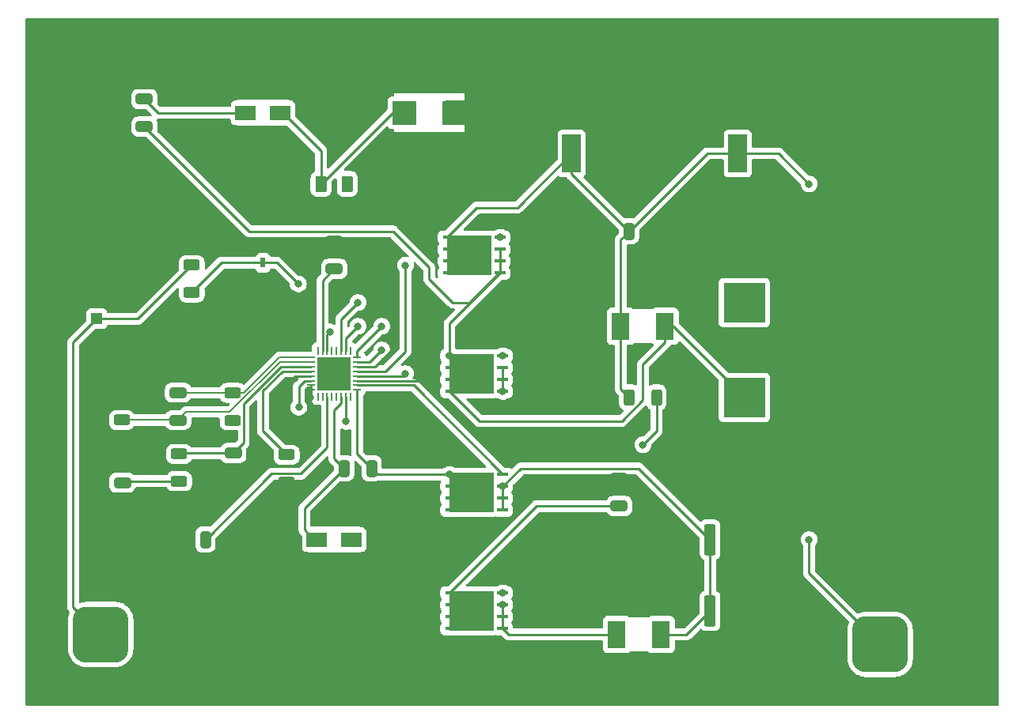
<source format=gtl>
%TF.GenerationSoftware,KiCad,Pcbnew,7.0.2*%
%TF.CreationDate,2023-06-26T22:08:20-07:00*%
%TF.ProjectId,19V 10A Standalone,31395620-3130-4412-9053-74616e64616c,rev?*%
%TF.SameCoordinates,Original*%
%TF.FileFunction,Copper,L1,Top*%
%TF.FilePolarity,Positive*%
%FSLAX46Y46*%
G04 Gerber Fmt 4.6, Leading zero omitted, Abs format (unit mm)*
G04 Created by KiCad (PCBNEW 7.0.2) date 2023-06-26 22:08:20*
%MOMM*%
%LPD*%
G01*
G04 APERTURE LIST*
G04 Aperture macros list*
%AMRoundRect*
0 Rectangle with rounded corners*
0 $1 Rounding radius*
0 $2 $3 $4 $5 $6 $7 $8 $9 X,Y pos of 4 corners*
0 Add a 4 corners polygon primitive as box body*
4,1,4,$2,$3,$4,$5,$6,$7,$8,$9,$2,$3,0*
0 Add four circle primitives for the rounded corners*
1,1,$1+$1,$2,$3*
1,1,$1+$1,$4,$5*
1,1,$1+$1,$6,$7*
1,1,$1+$1,$8,$9*
0 Add four rect primitives between the rounded corners*
20,1,$1+$1,$2,$3,$4,$5,0*
20,1,$1+$1,$4,$5,$6,$7,0*
20,1,$1+$1,$6,$7,$8,$9,0*
20,1,$1+$1,$8,$9,$2,$3,0*%
G04 Aperture macros list end*
%TA.AperFunction,SMDPad,CuDef*%
%ADD10R,2.184400X1.625600*%
%TD*%
%TA.AperFunction,SMDPad,CuDef*%
%ADD11RoundRect,0.250000X-0.625000X0.312500X-0.625000X-0.312500X0.625000X-0.312500X0.625000X0.312500X0*%
%TD*%
%TA.AperFunction,SMDPad,CuDef*%
%ADD12R,2.000000X4.100000*%
%TD*%
%TA.AperFunction,SMDPad,CuDef*%
%ADD13RoundRect,0.250000X-0.375000X-0.625000X0.375000X-0.625000X0.375000X0.625000X-0.375000X0.625000X0*%
%TD*%
%TA.AperFunction,SMDPad,CuDef*%
%ADD14RoundRect,0.250000X0.650000X-0.325000X0.650000X0.325000X-0.650000X0.325000X-0.650000X-0.325000X0*%
%TD*%
%TA.AperFunction,SMDPad,CuDef*%
%ADD15RoundRect,0.250000X0.625000X-0.312500X0.625000X0.312500X-0.625000X0.312500X-0.625000X-0.312500X0*%
%TD*%
%TA.AperFunction,SMDPad,CuDef*%
%ADD16R,4.521200X4.241800*%
%TD*%
%TA.AperFunction,SMDPad,CuDef*%
%ADD17R,1.143000X0.431800*%
%TD*%
%TA.AperFunction,SMDPad,CuDef*%
%ADD18R,0.965200X0.431800*%
%TD*%
%TA.AperFunction,SMDPad,CuDef*%
%ADD19R,4.700600X4.241800*%
%TD*%
%TA.AperFunction,SMDPad,CuDef*%
%ADD20RoundRect,0.250000X-0.650000X0.325000X-0.650000X-0.325000X0.650000X-0.325000X0.650000X0.325000X0*%
%TD*%
%TA.AperFunction,SMDPad,CuDef*%
%ADD21R,1.917700X2.997200*%
%TD*%
%TA.AperFunction,SMDPad,CuDef*%
%ADD22RoundRect,0.250000X-0.362500X-1.425000X0.362500X-1.425000X0.362500X1.425000X-0.362500X1.425000X0*%
%TD*%
%TA.AperFunction,SMDPad,CuDef*%
%ADD23R,2.560396X2.499995*%
%TD*%
%TA.AperFunction,SMDPad,CuDef*%
%ADD24R,0.804800X0.249200*%
%TD*%
%TA.AperFunction,SMDPad,CuDef*%
%ADD25R,0.249200X0.804800*%
%TD*%
%TA.AperFunction,SMDPad,CuDef*%
%ADD26R,3.550000X3.550000*%
%TD*%
%TA.AperFunction,ComponentPad*%
%ADD27R,1.200000X1.200000*%
%TD*%
%TA.AperFunction,ComponentPad*%
%ADD28C,1.200000*%
%TD*%
%TA.AperFunction,SMDPad,CuDef*%
%ADD29RoundRect,0.250000X-0.312500X-0.625000X0.312500X-0.625000X0.312500X0.625000X-0.312500X0.625000X0*%
%TD*%
%TA.AperFunction,ComponentPad*%
%ADD30RoundRect,1.500000X1.500000X-1.500000X1.500000X1.500000X-1.500000X1.500000X-1.500000X-1.500000X0*%
%TD*%
%TA.AperFunction,ComponentPad*%
%ADD31C,6.000000*%
%TD*%
%TA.AperFunction,ComponentPad*%
%ADD32RoundRect,1.500000X-1.500000X-1.500000X1.500000X-1.500000X1.500000X1.500000X-1.500000X1.500000X0*%
%TD*%
%TA.AperFunction,SMDPad,CuDef*%
%ADD33RoundRect,0.250000X0.325000X0.650000X-0.325000X0.650000X-0.325000X-0.650000X0.325000X-0.650000X0*%
%TD*%
%TA.AperFunction,SMDPad,CuDef*%
%ADD34RoundRect,0.250000X-0.325000X-0.650000X0.325000X-0.650000X0.325000X0.650000X-0.325000X0.650000X0*%
%TD*%
%TA.AperFunction,SMDPad,CuDef*%
%ADD35R,0.600800X1.111200*%
%TD*%
%TA.AperFunction,ViaPad*%
%ADD36C,0.800000*%
%TD*%
%TA.AperFunction,Conductor*%
%ADD37C,0.250000*%
%TD*%
%TA.AperFunction,Conductor*%
%ADD38C,0.200000*%
%TD*%
G04 APERTURE END LIST*
D10*
X112445800Y-45720000D03*
X116154200Y-45720000D03*
D11*
X116840000Y-82357500D03*
X116840000Y-85282500D03*
D12*
X147320000Y-50070000D03*
X147320000Y-41370000D03*
D13*
X120520000Y-53340000D03*
X123320000Y-53340000D03*
D14*
X99253339Y-85351580D03*
X99253339Y-82401580D03*
D15*
X105326697Y-85185046D03*
X105326697Y-82260046D03*
D10*
X120065800Y-91440000D03*
X123774200Y-91440000D03*
D16*
X165798500Y-66045001D03*
X165798500Y-76194999D03*
D15*
X111044840Y-78641718D03*
X111044840Y-75716718D03*
D17*
X139966700Y-75565000D03*
X139966700Y-74295000D03*
X139966700Y-73025000D03*
X139966700Y-71755000D03*
D18*
X134264400Y-71755000D03*
X134264400Y-73025000D03*
X134264400Y-74295000D03*
D19*
X136614700Y-73660000D03*
D18*
X134264400Y-75565000D03*
D20*
X101600000Y-44245000D03*
X101600000Y-47195000D03*
D17*
X139966700Y-100965000D03*
X139966700Y-99695000D03*
X139966700Y-98425000D03*
X139966700Y-97155000D03*
D18*
X134264400Y-97155000D03*
X134264400Y-98425000D03*
X134264400Y-99695000D03*
D19*
X136614700Y-99060000D03*
D18*
X134264400Y-100965000D03*
D20*
X111131291Y-82167392D03*
X111131291Y-85117392D03*
D21*
X152148950Y-101600000D03*
X156886050Y-101600000D03*
D22*
X162137500Y-99060000D03*
X168062500Y-99060000D03*
D11*
X106680000Y-62037500D03*
X106680000Y-64962500D03*
D22*
X162137500Y-91440000D03*
X168062500Y-91440000D03*
D23*
X129407806Y-45720000D03*
X134752194Y-45720000D03*
D21*
X152571450Y-68580000D03*
X157308550Y-68580000D03*
D24*
X119467600Y-71910001D03*
X119467600Y-72410000D03*
X119467600Y-72909999D03*
X119467600Y-73410000D03*
X119467600Y-73910000D03*
X119467600Y-74410001D03*
X119467600Y-74910000D03*
X119467600Y-75409999D03*
D25*
X120170001Y-76112400D03*
X120670000Y-76112400D03*
X121169999Y-76112400D03*
X121670000Y-76112400D03*
X122170000Y-76112400D03*
X122670001Y-76112400D03*
X123170000Y-76112400D03*
X123669999Y-76112400D03*
D24*
X124372400Y-75409999D03*
X124372400Y-74910000D03*
X124372400Y-74410001D03*
X124372400Y-73910000D03*
X124372400Y-73410000D03*
X124372400Y-72909999D03*
X124372400Y-72410000D03*
X124372400Y-71910001D03*
D25*
X123669999Y-71207600D03*
X123170000Y-71207600D03*
X122670001Y-71207600D03*
X122170000Y-71207600D03*
X121670000Y-71207600D03*
X121169999Y-71207600D03*
X120670000Y-71207600D03*
X120170001Y-71207600D03*
D26*
X121920000Y-73660000D03*
D27*
X96520000Y-67790000D03*
D28*
X96520000Y-64290000D03*
D29*
X153477500Y-76200000D03*
X156402500Y-76200000D03*
D12*
X165100000Y-50070000D03*
X165100000Y-41370000D03*
D30*
X180340000Y-102660000D03*
D31*
X180340000Y-95460000D03*
D20*
X121920000Y-59485000D03*
X121920000Y-62435000D03*
D17*
X139966700Y-88265000D03*
X139966700Y-86995000D03*
X139966700Y-85725000D03*
X139966700Y-84455000D03*
D18*
X134264400Y-84455000D03*
X134264400Y-85725000D03*
X134264400Y-86995000D03*
D19*
X136614700Y-86360000D03*
D18*
X134264400Y-88265000D03*
D14*
X105213005Y-78638651D03*
X105213005Y-75688651D03*
X152400000Y-87835000D03*
X152400000Y-84885000D03*
D32*
X96940000Y-101600000D03*
D31*
X104140000Y-101600000D03*
D15*
X99210897Y-78630716D03*
X99210897Y-75705716D03*
D17*
X139700000Y-62865000D03*
X139700000Y-61595000D03*
X139700000Y-60325000D03*
X139700000Y-59055000D03*
D18*
X133997700Y-59055000D03*
X133997700Y-60325000D03*
X133997700Y-61595000D03*
D19*
X136348000Y-60960000D03*
D18*
X133997700Y-62865000D03*
D33*
X125935000Y-83820000D03*
X122985000Y-83820000D03*
D34*
X153465000Y-58420000D03*
X156415000Y-58420000D03*
D33*
X108155000Y-91440000D03*
X105205000Y-91440000D03*
D35*
X114300000Y-61775000D03*
X114300000Y-65225000D03*
D36*
X123774200Y-91440000D03*
X129540000Y-45720000D03*
X129540000Y-62057085D03*
X119500000Y-80250000D03*
X116867155Y-74814087D03*
X137160000Y-50800000D03*
X119380000Y-76200000D03*
X145000000Y-70500000D03*
X138500000Y-80250000D03*
X128287980Y-70892579D03*
X139700000Y-43180000D03*
X153750000Y-73250000D03*
X139700000Y-50800000D03*
X160500000Y-67000000D03*
X132066422Y-74569692D03*
X123000000Y-81000000D03*
X134620000Y-53340000D03*
X131750000Y-85750000D03*
X109000000Y-72000000D03*
X144250000Y-59500000D03*
X129250000Y-80500000D03*
X139700000Y-48260000D03*
X124460000Y-66040000D03*
X112445800Y-45720000D03*
X134264400Y-71755000D03*
X127000000Y-68580000D03*
X172720000Y-91440000D03*
X172720000Y-53340000D03*
X152400000Y-87835000D03*
X127000000Y-71120000D03*
X106680000Y-62037500D03*
X118072275Y-64050123D03*
X118133054Y-77256236D03*
X139966700Y-75565000D03*
X111055842Y-78593300D03*
X139966700Y-85725000D03*
X139966700Y-97155000D03*
X123198384Y-78769339D03*
X139966700Y-71755000D03*
X129540000Y-73660000D03*
X139700000Y-59055000D03*
X124460000Y-68580000D03*
X121450561Y-69203126D03*
X123320000Y-53340000D03*
X154940000Y-81280000D03*
X116840000Y-82357500D03*
X134264400Y-84455000D03*
X165100000Y-66040000D03*
X139966700Y-98425000D03*
D37*
X120520000Y-53340000D02*
X128140000Y-45720000D01*
X127419700Y-73410000D02*
X124372400Y-73410000D01*
X128140000Y-45720000D02*
X129407806Y-45720000D01*
X120520000Y-49806400D02*
X120520000Y-53340000D01*
X129540000Y-62057085D02*
X129540000Y-71289700D01*
X116154200Y-45720000D02*
X116433600Y-45720000D01*
X116433600Y-45720000D02*
X120520000Y-49806400D01*
X129540000Y-71289700D02*
X127419700Y-73410000D01*
X119467600Y-75409999D02*
X119467600Y-76112400D01*
X128287980Y-70892579D02*
X126270560Y-72909999D01*
X126270560Y-72909999D02*
X124372400Y-72909999D01*
X137160000Y-45720000D02*
X139700000Y-43180000D01*
X131906731Y-74410001D02*
X132066422Y-74569692D01*
X119467600Y-73910000D02*
X117771242Y-73910000D01*
X119467600Y-74910000D02*
X119467600Y-75409999D01*
X119467600Y-76112400D02*
X119380000Y-76200000D01*
X134752194Y-45720000D02*
X137160000Y-45720000D01*
X117771242Y-73910000D02*
X116867155Y-74814087D01*
X124372400Y-74410001D02*
X131906731Y-74410001D01*
X118355000Y-84395000D02*
X121169999Y-81580001D01*
X108155000Y-91440000D02*
X115200000Y-84395000D01*
X115200000Y-84395000D02*
X118355000Y-84395000D01*
X121169999Y-81580001D02*
X121169999Y-76112400D01*
X122670001Y-71207600D02*
X122670001Y-67829999D01*
X122670001Y-67829999D02*
X124460000Y-66040000D01*
X112445800Y-45720000D02*
X103075000Y-45720000D01*
X103075000Y-45720000D02*
X101600000Y-44245000D01*
X134264400Y-71755000D02*
X134264400Y-68300600D01*
X154940000Y-76488173D02*
X152688173Y-78740000D01*
X136389200Y-66040000D02*
X134620000Y-66040000D01*
X112825000Y-58420000D02*
X101600000Y-47195000D01*
X154940000Y-72697150D02*
X154940000Y-76488173D01*
X127000000Y-68580000D02*
X124372400Y-71207600D01*
X124372400Y-71207600D02*
X124372400Y-71910001D01*
X132080000Y-63500000D02*
X132080000Y-62295800D01*
X157308550Y-70328600D02*
X154940000Y-72697150D01*
X134620000Y-66040000D02*
X132080000Y-63500000D01*
X137439400Y-78740000D02*
X134264400Y-75565000D01*
X134264400Y-68300600D02*
X139700000Y-62865000D01*
X139700000Y-62729200D02*
X136389200Y-66040000D01*
X158183501Y-68580000D02*
X157308550Y-68580000D01*
X139700000Y-60325000D02*
X139700000Y-62729200D01*
X165798500Y-76194999D02*
X158183501Y-68580000D01*
X132080000Y-62295800D02*
X128204200Y-58420000D01*
X157308550Y-68580000D02*
X157308550Y-70328600D01*
X128204200Y-58420000D02*
X112825000Y-58420000D01*
X152688173Y-78740000D02*
X137439400Y-78740000D01*
X122670001Y-76789399D02*
X121920000Y-77539400D01*
X118723600Y-88081400D02*
X122985000Y-83820000D01*
X118723600Y-90377200D02*
X118723600Y-88081400D01*
X120065800Y-91440000D02*
X119786400Y-91440000D01*
X121920000Y-77539400D02*
X121920000Y-82755000D01*
X121920000Y-82755000D02*
X122985000Y-83820000D01*
X119786400Y-91440000D02*
X118723600Y-90377200D01*
X122670001Y-76112400D02*
X122670001Y-76789399D01*
X169450000Y-50070000D02*
X172720000Y-53340000D01*
X147320000Y-52275000D02*
X153465000Y-58420000D01*
X152571450Y-75293950D02*
X153477500Y-76200000D01*
X152571450Y-59313550D02*
X152571450Y-68580000D01*
X165100000Y-50070000D02*
X169450000Y-50070000D01*
X153465000Y-58420000D02*
X152571450Y-59313550D01*
X133997700Y-59055000D02*
X133997700Y-59042300D01*
X137160000Y-55880000D02*
X141510000Y-55880000D01*
X172720000Y-95040000D02*
X172720000Y-91440000D01*
X141510000Y-55880000D02*
X147320000Y-50070000D01*
X147320000Y-50070000D02*
X147320000Y-52275000D01*
X161815000Y-50070000D02*
X165100000Y-50070000D01*
X180340000Y-102660000D02*
X172720000Y-95040000D01*
X152571450Y-68580000D02*
X152571450Y-75293950D01*
X153465000Y-58420000D02*
X161815000Y-50070000D01*
X133997700Y-59042300D02*
X137160000Y-55880000D01*
X152400000Y-87835000D02*
X143584400Y-87835000D01*
X93980000Y-70330000D02*
X96520000Y-67790000D01*
X124372400Y-72410000D02*
X125710000Y-72410000D01*
X93980000Y-98640000D02*
X93980000Y-70330000D01*
X100927500Y-67790000D02*
X106680000Y-62037500D01*
X143584400Y-87835000D02*
X134264400Y-97155000D01*
X96520000Y-67790000D02*
X100927500Y-67790000D01*
X125710000Y-72410000D02*
X127000000Y-71120000D01*
X96940000Y-101600000D02*
X93980000Y-98640000D01*
D38*
X99210897Y-78630716D02*
X105205070Y-78630716D01*
X106072438Y-77779218D02*
X110746468Y-77779218D01*
X105205070Y-78630716D02*
X105213005Y-78638651D01*
X116115686Y-72410000D02*
X119467600Y-72410000D01*
X105213005Y-78638651D02*
X106072438Y-77779218D01*
X110746468Y-77779218D02*
X116115686Y-72410000D01*
X111044840Y-75716718D02*
X112243282Y-75716718D01*
X116049999Y-71910001D02*
X119467600Y-71910001D01*
X112243282Y-75716718D02*
X116049999Y-71910001D01*
X111016773Y-75688651D02*
X111044840Y-75716718D01*
X105213005Y-75688651D02*
X111016773Y-75688651D01*
D37*
X121920000Y-62435000D02*
X120670000Y-63685000D01*
X120670000Y-63685000D02*
X120670000Y-71207600D01*
X99419873Y-85185046D02*
X105326697Y-85185046D01*
X99253339Y-85351580D02*
X99419873Y-85185046D01*
X111131291Y-82167392D02*
X112244840Y-81053843D01*
X116216727Y-72909999D02*
X119467600Y-72909999D01*
X112244840Y-81053843D02*
X112244840Y-76881886D01*
X105419351Y-82167392D02*
X111131291Y-82167392D01*
X105326697Y-82260046D02*
X105419351Y-82167392D01*
X112244840Y-76881886D02*
X116216727Y-72909999D01*
X119467600Y-74410001D02*
X118790599Y-74410001D01*
X118790599Y-74410001D02*
X118133054Y-75067546D01*
X109867500Y-61775000D02*
X114300000Y-61775000D01*
X106680000Y-64962500D02*
X109867500Y-61775000D01*
X115797152Y-61775000D02*
X118072275Y-64050123D01*
X118133054Y-75067546D02*
X118133054Y-77256236D01*
X114300000Y-61775000D02*
X115797152Y-61775000D01*
X154517500Y-83820000D02*
X162137500Y-91440000D01*
X139966700Y-73025000D02*
X139966700Y-74295000D01*
X139966700Y-86995000D02*
X139966700Y-88265000D01*
X139966700Y-85725000D02*
X141871700Y-83820000D01*
X162137500Y-91440000D02*
X162137500Y-99060000D01*
X141871700Y-83820000D02*
X154517500Y-83820000D01*
X159597500Y-101600000D02*
X156886050Y-101600000D01*
X162137500Y-99060000D02*
X159597500Y-101600000D01*
X139966700Y-74295000D02*
X139966700Y-75565000D01*
X139966700Y-85725000D02*
X139966700Y-86995000D01*
X123170000Y-76789401D02*
X123198384Y-76817785D01*
X123170000Y-76112400D02*
X123170000Y-76789401D01*
X123198384Y-76817785D02*
X123198384Y-78769339D01*
X139966700Y-84455000D02*
X130421700Y-74910000D01*
X130421700Y-74910000D02*
X124372400Y-74910000D01*
X129290000Y-73910000D02*
X124372400Y-73910000D01*
X129540000Y-73660000D02*
X129290000Y-73910000D01*
X123170000Y-71207600D02*
X123170000Y-69870000D01*
X123170000Y-69870000D02*
X124460000Y-68580000D01*
X121169999Y-71207600D02*
X121169999Y-69483688D01*
X121169999Y-69483688D02*
X121450561Y-69203126D01*
X156402500Y-76200000D02*
X156402500Y-79817500D01*
X116840000Y-82357500D02*
X114300000Y-79817500D01*
X114300000Y-79817500D02*
X114300000Y-75463122D01*
X114300000Y-75463122D02*
X116353122Y-73410000D01*
X116353122Y-73410000D02*
X119467600Y-73410000D01*
X156402500Y-79817500D02*
X154940000Y-81280000D01*
X134264400Y-84455000D02*
X126570000Y-84455000D01*
X125935000Y-83820000D02*
X124372400Y-82257400D01*
X126570000Y-84455000D02*
X125935000Y-83820000D01*
X152148950Y-101600000D02*
X140601700Y-101600000D01*
X139966700Y-98425000D02*
X139966700Y-99695000D01*
X139966700Y-99695000D02*
X139966700Y-100965000D01*
X124372400Y-82257400D02*
X124372400Y-75409999D01*
X140601700Y-101600000D02*
X139966700Y-100965000D01*
%TA.AperFunction,Conductor*%
G36*
X130178287Y-75555185D02*
G01*
X130198929Y-75571819D01*
X138154028Y-83526919D01*
X138187513Y-83588242D01*
X138182529Y-83657934D01*
X138140657Y-83713867D01*
X138075193Y-83738284D01*
X138066347Y-83738600D01*
X134850672Y-83738600D01*
X134783633Y-83718915D01*
X134777786Y-83714918D01*
X134776339Y-83713867D01*
X134717130Y-83670849D01*
X134717129Y-83670848D01*
X134717127Y-83670847D01*
X134544202Y-83593855D01*
X134359048Y-83554500D01*
X134359046Y-83554500D01*
X134169754Y-83554500D01*
X134169752Y-83554500D01*
X133984597Y-83593855D01*
X133811670Y-83670848D01*
X133742473Y-83721122D01*
X133682846Y-83744092D01*
X133674318Y-83745008D01*
X133539468Y-83795303D01*
X133539469Y-83795304D01*
X133526827Y-83804767D01*
X133461365Y-83829184D01*
X133452518Y-83829500D01*
X127134500Y-83829500D01*
X127067461Y-83809815D01*
X127021706Y-83757011D01*
X127010500Y-83705500D01*
X127010499Y-83123141D01*
X127010499Y-83119992D01*
X126999999Y-83017203D01*
X126944814Y-82850666D01*
X126867514Y-82725342D01*
X126852711Y-82701342D01*
X126728657Y-82577288D01*
X126579334Y-82485186D01*
X126412797Y-82430000D01*
X126313141Y-82419819D01*
X126313122Y-82419818D01*
X126310009Y-82419500D01*
X126306860Y-82419500D01*
X125563141Y-82419500D01*
X125563121Y-82419500D01*
X125559992Y-82419501D01*
X125556860Y-82419820D01*
X125556858Y-82419821D01*
X125490768Y-82426572D01*
X125422075Y-82413802D01*
X125390486Y-82390895D01*
X125034219Y-82034628D01*
X125000734Y-81973305D01*
X124997900Y-81946947D01*
X124997900Y-76054861D01*
X125017585Y-75987822D01*
X125047589Y-75955594D01*
X125132346Y-75892145D01*
X125218596Y-75776930D01*
X125268891Y-75642082D01*
X125268890Y-75642082D01*
X125274334Y-75627489D01*
X125275961Y-75628096D01*
X125295179Y-75581697D01*
X125352570Y-75541847D01*
X125391733Y-75535500D01*
X130111248Y-75535500D01*
X130178287Y-75555185D01*
G37*
%TD.AperFunction*%
%TA.AperFunction,Conductor*%
G36*
X122742386Y-79551116D02*
G01*
X122745655Y-79553491D01*
X122918581Y-79630483D01*
X123103736Y-79669839D01*
X123103738Y-79669839D01*
X123293032Y-79669839D01*
X123478184Y-79630484D01*
X123478185Y-79630483D01*
X123478187Y-79630483D01*
X123572466Y-79588506D01*
X123641713Y-79579221D01*
X123704990Y-79608849D01*
X123742204Y-79667984D01*
X123746900Y-79701786D01*
X123746900Y-82174656D01*
X123744635Y-82195166D01*
X123746839Y-82265272D01*
X123746900Y-82269167D01*
X123746900Y-82296750D01*
X123747388Y-82300619D01*
X123747389Y-82300625D01*
X123747404Y-82300743D01*
X123748318Y-82312369D01*
X123749482Y-82349404D01*
X123731913Y-82417028D01*
X123680572Y-82464420D01*
X123611760Y-82476531D01*
X123586539Y-82471005D01*
X123462797Y-82430000D01*
X123363141Y-82419819D01*
X123363122Y-82419818D01*
X123360009Y-82419500D01*
X123356860Y-82419500D01*
X122669499Y-82419500D01*
X122602460Y-82399815D01*
X122556705Y-82347011D01*
X122545499Y-82295504D01*
X122545499Y-79651432D01*
X122565184Y-79584394D01*
X122617988Y-79538639D01*
X122687146Y-79528695D01*
X122742386Y-79551116D01*
G37*
%TD.AperFunction*%
%TA.AperFunction,Conductor*%
G36*
X145922895Y-52454207D02*
G01*
X145953871Y-52471122D01*
X146077666Y-52563794D01*
X146077669Y-52563796D01*
X146212517Y-52614091D01*
X146272127Y-52620500D01*
X146729546Y-52620499D01*
X146796585Y-52640183D01*
X146817225Y-52656815D01*
X146821829Y-52661419D01*
X146821830Y-52661420D01*
X146835994Y-52675584D01*
X146848627Y-52690375D01*
X146860406Y-52706587D01*
X146886633Y-52728284D01*
X146894058Y-52734426D01*
X146902698Y-52742288D01*
X152353182Y-58192773D01*
X152386666Y-58254094D01*
X152389500Y-58280452D01*
X152389500Y-58559546D01*
X152369815Y-58626585D01*
X152353185Y-58647222D01*
X152268793Y-58731615D01*
X152187658Y-58812750D01*
X152171559Y-58825647D01*
X152123546Y-58876775D01*
X152120842Y-58879566D01*
X152104078Y-58896330D01*
X152104071Y-58896337D01*
X152101330Y-58899079D01*
X152098949Y-58902147D01*
X152098940Y-58902158D01*
X152098861Y-58902261D01*
X152091292Y-58911122D01*
X152061385Y-58942970D01*
X152051735Y-58960524D01*
X152041059Y-58976778D01*
X152028776Y-58992613D01*
X152011425Y-59032708D01*
X152006288Y-59043194D01*
X151985252Y-59081457D01*
X151980271Y-59100859D01*
X151973970Y-59119261D01*
X151966011Y-59137652D01*
X151959178Y-59180792D01*
X151956810Y-59192224D01*
X151945950Y-59234527D01*
X151945950Y-59254566D01*
X151944422Y-59273964D01*
X151941290Y-59293746D01*
X151943967Y-59322066D01*
X151945400Y-59337223D01*
X151945950Y-59348893D01*
X151945950Y-66456900D01*
X151926265Y-66523939D01*
X151873461Y-66569694D01*
X151821950Y-66580900D01*
X151568039Y-66580900D01*
X151568020Y-66580900D01*
X151564728Y-66580901D01*
X151561448Y-66581253D01*
X151561440Y-66581254D01*
X151505115Y-66587309D01*
X151370269Y-66637604D01*
X151255054Y-66723854D01*
X151168804Y-66839068D01*
X151118510Y-66973915D01*
X151118509Y-66973917D01*
X151112100Y-67033527D01*
X151112100Y-67036848D01*
X151112100Y-67036849D01*
X151112100Y-70123160D01*
X151112100Y-70123178D01*
X151112101Y-70126472D01*
X151112453Y-70129752D01*
X151112454Y-70129759D01*
X151118509Y-70186084D01*
X151126935Y-70208674D01*
X151168804Y-70320931D01*
X151255054Y-70436146D01*
X151370269Y-70522396D01*
X151505117Y-70572691D01*
X151564727Y-70579100D01*
X151821951Y-70579099D01*
X151888989Y-70598783D01*
X151934744Y-70651587D01*
X151945950Y-70703099D01*
X151945950Y-75211206D01*
X151943685Y-75231716D01*
X151945889Y-75301822D01*
X151945950Y-75305717D01*
X151945950Y-75333300D01*
X151946438Y-75337169D01*
X151946439Y-75337175D01*
X151946454Y-75337293D01*
X151947368Y-75348917D01*
X151948740Y-75392576D01*
X151954329Y-75411810D01*
X151958275Y-75430866D01*
X151960785Y-75450742D01*
X151976864Y-75491354D01*
X151980647Y-75502401D01*
X151992832Y-75544341D01*
X152003030Y-75561585D01*
X152011586Y-75579050D01*
X152018964Y-75597682D01*
X152018965Y-75597683D01*
X152044630Y-75633009D01*
X152051043Y-75642772D01*
X152073276Y-75680366D01*
X152073279Y-75680369D01*
X152073280Y-75680370D01*
X152087445Y-75694535D01*
X152100077Y-75709325D01*
X152111856Y-75725537D01*
X152145508Y-75753376D01*
X152154149Y-75761239D01*
X152378181Y-75985271D01*
X152411666Y-76046594D01*
X152414500Y-76072952D01*
X152414500Y-76871858D01*
X152414500Y-76871877D01*
X152414501Y-76875008D01*
X152414820Y-76878140D01*
X152414821Y-76878141D01*
X152425000Y-76977796D01*
X152480186Y-77144334D01*
X152572288Y-77293657D01*
X152696342Y-77417711D01*
X152828531Y-77499245D01*
X152875256Y-77551193D01*
X152886479Y-77620155D01*
X152858636Y-77684237D01*
X152851116Y-77692465D01*
X152465401Y-78078181D01*
X152404078Y-78111666D01*
X152377720Y-78114500D01*
X137749852Y-78114500D01*
X137682813Y-78094815D01*
X137662171Y-78078181D01*
X136077071Y-76493080D01*
X136043586Y-76431757D01*
X136048570Y-76362065D01*
X136090442Y-76306132D01*
X136155906Y-76281715D01*
X136164752Y-76281399D01*
X139009561Y-76281399D01*
X139012872Y-76281399D01*
X139072483Y-76274991D01*
X139136765Y-76251014D01*
X139206456Y-76246030D01*
X139223428Y-76251012D01*
X139287717Y-76274991D01*
X139347327Y-76281400D01*
X139380425Y-76281399D01*
X139447464Y-76301082D01*
X139453301Y-76305072D01*
X139513970Y-76349151D01*
X139513971Y-76349151D01*
X139513972Y-76349152D01*
X139686897Y-76426144D01*
X139872052Y-76465500D01*
X139872054Y-76465500D01*
X140061348Y-76465500D01*
X140184783Y-76439262D01*
X140246503Y-76426144D01*
X140419430Y-76349151D01*
X140480087Y-76305080D01*
X140545893Y-76281601D01*
X140552972Y-76281399D01*
X140582761Y-76281399D01*
X140586072Y-76281399D01*
X140645683Y-76274991D01*
X140780531Y-76224696D01*
X140895746Y-76138446D01*
X140981996Y-76023231D01*
X141032291Y-75888383D01*
X141038700Y-75828773D01*
X141038699Y-75301228D01*
X141032291Y-75241617D01*
X140981996Y-75106769D01*
X140905294Y-75004308D01*
X140880878Y-74938847D01*
X140895729Y-74870574D01*
X140905289Y-74855697D01*
X140981996Y-74753231D01*
X141032291Y-74618383D01*
X141038700Y-74558773D01*
X141038699Y-74031228D01*
X141032291Y-73971617D01*
X140981996Y-73836769D01*
X140905294Y-73734309D01*
X140880878Y-73668845D01*
X140895730Y-73600572D01*
X140905287Y-73585700D01*
X140981996Y-73483231D01*
X141032291Y-73348383D01*
X141038700Y-73288773D01*
X141038699Y-72761228D01*
X141032291Y-72701617D01*
X140981996Y-72566769D01*
X140905294Y-72464309D01*
X140880878Y-72398845D01*
X140895730Y-72330572D01*
X140905287Y-72315700D01*
X140981996Y-72213231D01*
X141032291Y-72078383D01*
X141038700Y-72018773D01*
X141038699Y-71491228D01*
X141032291Y-71431617D01*
X140981996Y-71296769D01*
X140895746Y-71181554D01*
X140780531Y-71095304D01*
X140645683Y-71045009D01*
X140645683Y-71045008D01*
X140589366Y-71038954D01*
X140589365Y-71038953D01*
X140586073Y-71038600D01*
X140582751Y-71038600D01*
X140552971Y-71038600D01*
X140485932Y-71018915D01*
X140480086Y-71014918D01*
X140419430Y-70970849D01*
X140246502Y-70893855D01*
X140061348Y-70854500D01*
X140061346Y-70854500D01*
X139872054Y-70854500D01*
X139872052Y-70854500D01*
X139686897Y-70893855D01*
X139513970Y-70970848D01*
X139453310Y-71014919D01*
X139387503Y-71038398D01*
X139380430Y-71038600D01*
X139350640Y-71038600D01*
X139350622Y-71038600D01*
X139347328Y-71038601D01*
X139344049Y-71038953D01*
X139344039Y-71038954D01*
X139287714Y-71045009D01*
X139223432Y-71068985D01*
X139153741Y-71073969D01*
X139136767Y-71068985D01*
X139072484Y-71045009D01*
X139016166Y-71038954D01*
X139016165Y-71038953D01*
X139012873Y-71038600D01*
X139009551Y-71038600D01*
X135013900Y-71038600D01*
X134946861Y-71018915D01*
X134901106Y-70966111D01*
X134889900Y-70914600D01*
X134889900Y-68611051D01*
X134909585Y-68544012D01*
X134926214Y-68523375D01*
X139831871Y-63617718D01*
X139893195Y-63584233D01*
X139919553Y-63581399D01*
X140316061Y-63581399D01*
X140319372Y-63581399D01*
X140378983Y-63574991D01*
X140513831Y-63524696D01*
X140629046Y-63438446D01*
X140715296Y-63323231D01*
X140765591Y-63188383D01*
X140772000Y-63128773D01*
X140771999Y-62601228D01*
X140765591Y-62541617D01*
X140715296Y-62406769D01*
X140638594Y-62304309D01*
X140614178Y-62238845D01*
X140629030Y-62170572D01*
X140638587Y-62155700D01*
X140715296Y-62053231D01*
X140765591Y-61918383D01*
X140772000Y-61858773D01*
X140771999Y-61331228D01*
X140765591Y-61271617D01*
X140715296Y-61136769D01*
X140638594Y-61034309D01*
X140614178Y-60968845D01*
X140629030Y-60900572D01*
X140638587Y-60885700D01*
X140715296Y-60783231D01*
X140765591Y-60648383D01*
X140772000Y-60588773D01*
X140771999Y-60061228D01*
X140765591Y-60001617D01*
X140715296Y-59866769D01*
X140638594Y-59764309D01*
X140614178Y-59698845D01*
X140629030Y-59630572D01*
X140638587Y-59615700D01*
X140715296Y-59513231D01*
X140765591Y-59378383D01*
X140772000Y-59318773D01*
X140771999Y-58791228D01*
X140765591Y-58731617D01*
X140715296Y-58596769D01*
X140629046Y-58481554D01*
X140513831Y-58395304D01*
X140378983Y-58345009D01*
X140319373Y-58338600D01*
X140316051Y-58338600D01*
X140286271Y-58338600D01*
X140219232Y-58318915D01*
X140213386Y-58314918D01*
X140152730Y-58270849D01*
X139979802Y-58193855D01*
X139794648Y-58154500D01*
X139794646Y-58154500D01*
X139605354Y-58154500D01*
X139605352Y-58154500D01*
X139420197Y-58193855D01*
X139247270Y-58270848D01*
X139186610Y-58314919D01*
X139120803Y-58338398D01*
X139113730Y-58338600D01*
X139083940Y-58338600D01*
X139083922Y-58338600D01*
X139080628Y-58338601D01*
X139077349Y-58338953D01*
X139077339Y-58338954D01*
X139021014Y-58345009D01*
X138956732Y-58368985D01*
X138887041Y-58373969D01*
X138870067Y-58368985D01*
X138805784Y-58345009D01*
X138749466Y-58338954D01*
X138749465Y-58338953D01*
X138746173Y-58338600D01*
X138742851Y-58338600D01*
X135885351Y-58338600D01*
X135818312Y-58318915D01*
X135772557Y-58266111D01*
X135762613Y-58196953D01*
X135791638Y-58133397D01*
X135797670Y-58126919D01*
X137382771Y-56541819D01*
X137444094Y-56508334D01*
X137470452Y-56505500D01*
X141427256Y-56505500D01*
X141447762Y-56507764D01*
X141450665Y-56507672D01*
X141450667Y-56507673D01*
X141517872Y-56505561D01*
X141521768Y-56505500D01*
X141545448Y-56505500D01*
X141549350Y-56505500D01*
X141553313Y-56504999D01*
X141564962Y-56504080D01*
X141608627Y-56502709D01*
X141627859Y-56497120D01*
X141646918Y-56493174D01*
X141653196Y-56492381D01*
X141666792Y-56490664D01*
X141707407Y-56474582D01*
X141718444Y-56470803D01*
X141760390Y-56458618D01*
X141777629Y-56448422D01*
X141795102Y-56439862D01*
X141813732Y-56432486D01*
X141849064Y-56406814D01*
X141858830Y-56400400D01*
X141896418Y-56378171D01*
X141896417Y-56378171D01*
X141896420Y-56378170D01*
X141910585Y-56364004D01*
X141925373Y-56351373D01*
X141941587Y-56339594D01*
X141969438Y-56305926D01*
X141977279Y-56297309D01*
X145791882Y-52482706D01*
X145853203Y-52449223D01*
X145922895Y-52454207D01*
G37*
%TD.AperFunction*%
%TA.AperFunction,Conductor*%
G36*
X155957638Y-70403085D02*
G01*
X155989867Y-70433091D01*
X155992153Y-70436145D01*
X156063033Y-70489206D01*
X156104904Y-70545140D01*
X156109888Y-70614832D01*
X156076403Y-70676154D01*
X154556208Y-72196349D01*
X154540110Y-72209246D01*
X154492096Y-72260375D01*
X154489392Y-72263166D01*
X154472628Y-72279930D01*
X154472621Y-72279937D01*
X154469880Y-72282679D01*
X154467499Y-72285747D01*
X154467490Y-72285758D01*
X154467411Y-72285861D01*
X154459842Y-72294722D01*
X154429935Y-72326570D01*
X154420285Y-72344124D01*
X154409609Y-72360378D01*
X154397326Y-72376213D01*
X154379975Y-72416308D01*
X154374838Y-72426794D01*
X154353802Y-72465057D01*
X154348821Y-72484459D01*
X154342520Y-72502861D01*
X154334561Y-72521252D01*
X154327728Y-72564392D01*
X154325360Y-72575824D01*
X154314500Y-72618127D01*
X154314500Y-72638166D01*
X154312973Y-72657564D01*
X154309840Y-72677344D01*
X154313950Y-72720823D01*
X154314500Y-72732493D01*
X154314500Y-74794559D01*
X154294815Y-74861598D01*
X154242011Y-74907353D01*
X154172853Y-74917297D01*
X154125404Y-74900098D01*
X154109334Y-74890186D01*
X153942797Y-74835000D01*
X153843141Y-74824819D01*
X153843122Y-74824818D01*
X153840009Y-74824500D01*
X153836860Y-74824500D01*
X153320950Y-74824500D01*
X153253911Y-74804815D01*
X153208156Y-74752011D01*
X153196950Y-74700500D01*
X153196950Y-70703099D01*
X153216635Y-70636060D01*
X153269439Y-70590305D01*
X153320950Y-70579099D01*
X153574861Y-70579099D01*
X153578172Y-70579099D01*
X153637783Y-70572691D01*
X153772631Y-70522396D01*
X153887846Y-70436146D01*
X153890132Y-70433091D01*
X153946066Y-70391219D01*
X153989401Y-70383400D01*
X155890599Y-70383400D01*
X155957638Y-70403085D01*
G37*
%TD.AperFunction*%
%TA.AperFunction,Conductor*%
G36*
X192982539Y-35580185D02*
G01*
X193028294Y-35632989D01*
X193039500Y-35684500D01*
X193039500Y-109095500D01*
X193019815Y-109162539D01*
X192967011Y-109208294D01*
X192915500Y-109219500D01*
X89024500Y-109219500D01*
X88957461Y-109199815D01*
X88911706Y-109147011D01*
X88900500Y-109095500D01*
X88900500Y-70310194D01*
X93349840Y-70310194D01*
X93353950Y-70353673D01*
X93354500Y-70365343D01*
X93354500Y-98557256D01*
X93352235Y-98577766D01*
X93354439Y-98647872D01*
X93354500Y-98651767D01*
X93354500Y-98679350D01*
X93354988Y-98683219D01*
X93354989Y-98683225D01*
X93355004Y-98683343D01*
X93355918Y-98694967D01*
X93357290Y-98738626D01*
X93362879Y-98757860D01*
X93366825Y-98776916D01*
X93369335Y-98796792D01*
X93385414Y-98837404D01*
X93389197Y-98848451D01*
X93401382Y-98890391D01*
X93411580Y-98907635D01*
X93420136Y-98925100D01*
X93427514Y-98943732D01*
X93427515Y-98943733D01*
X93453180Y-98979059D01*
X93459593Y-98988822D01*
X93481826Y-99026416D01*
X93481829Y-99026419D01*
X93481830Y-99026420D01*
X93495995Y-99040585D01*
X93508627Y-99055375D01*
X93520406Y-99071587D01*
X93554058Y-99099426D01*
X93562699Y-99107289D01*
X93588246Y-99132836D01*
X93621731Y-99194159D01*
X93616747Y-99263850D01*
X93515630Y-99534955D01*
X93454804Y-99814570D01*
X93444255Y-99962066D01*
X93439500Y-100028552D01*
X93439500Y-103171448D01*
X93439657Y-103173656D01*
X93439658Y-103173658D01*
X93454804Y-103385429D01*
X93515629Y-103665041D01*
X93615634Y-103933163D01*
X93752772Y-104184313D01*
X93838517Y-104298855D01*
X93924261Y-104413395D01*
X94126605Y-104615739D01*
X94272622Y-104725046D01*
X94355686Y-104787227D01*
X94495435Y-104863535D01*
X94606839Y-104924367D01*
X94874954Y-105024369D01*
X94874957Y-105024369D01*
X94874958Y-105024370D01*
X94927217Y-105035738D01*
X95154572Y-105085196D01*
X95368552Y-105100500D01*
X95370767Y-105100500D01*
X98509233Y-105100500D01*
X98511448Y-105100500D01*
X98725428Y-105085196D01*
X99005046Y-105024369D01*
X99273161Y-104924367D01*
X99524315Y-104787226D01*
X99753395Y-104615739D01*
X99955739Y-104413395D01*
X100127226Y-104184315D01*
X100264367Y-103933161D01*
X100364369Y-103665046D01*
X100425196Y-103385428D01*
X100440500Y-103171448D01*
X100440500Y-100028552D01*
X100425196Y-99814572D01*
X100364369Y-99534954D01*
X100264367Y-99266839D01*
X100151424Y-99060000D01*
X100127227Y-99015686D01*
X100028072Y-98883231D01*
X99955739Y-98786605D01*
X99753395Y-98584261D01*
X99638854Y-98498517D01*
X99524313Y-98412772D01*
X99273163Y-98275634D01*
X99273162Y-98275633D01*
X99273161Y-98275633D01*
X99098123Y-98210347D01*
X99005041Y-98175629D01*
X98725429Y-98114804D01*
X98513658Y-98099658D01*
X98513656Y-98099657D01*
X98511448Y-98099500D01*
X95368552Y-98099500D01*
X95366344Y-98099657D01*
X95366341Y-98099658D01*
X95154570Y-98114804D01*
X94874955Y-98175630D01*
X94772833Y-98213720D01*
X94703142Y-98218704D01*
X94641819Y-98185219D01*
X94608334Y-98123896D01*
X94605500Y-98097538D01*
X94605500Y-85723457D01*
X97852839Y-85723457D01*
X97852840Y-85726588D01*
X97853159Y-85729720D01*
X97853160Y-85729721D01*
X97863339Y-85829376D01*
X97918525Y-85995914D01*
X98010627Y-86145237D01*
X98134681Y-86269291D01*
X98134683Y-86269292D01*
X98284005Y-86361394D01*
X98395356Y-86398292D01*
X98450541Y-86416579D01*
X98550197Y-86426760D01*
X98550198Y-86426760D01*
X98553330Y-86427080D01*
X99953347Y-86427079D01*
X100056136Y-86416579D01*
X100222673Y-86361394D01*
X100371995Y-86269292D01*
X100496051Y-86145236D01*
X100588153Y-85995914D01*
X100621413Y-85895541D01*
X100661186Y-85838097D01*
X100725702Y-85811274D01*
X100739119Y-85810546D01*
X103943769Y-85810546D01*
X104010808Y-85830231D01*
X104049308Y-85869450D01*
X104108985Y-85966203D01*
X104233039Y-86090257D01*
X104233041Y-86090258D01*
X104382363Y-86182360D01*
X104493713Y-86219258D01*
X104548899Y-86237545D01*
X104648555Y-86247726D01*
X104648556Y-86247726D01*
X104651688Y-86248046D01*
X106001705Y-86248045D01*
X106104494Y-86237545D01*
X106271031Y-86182360D01*
X106420353Y-86090258D01*
X106544409Y-85966202D01*
X106636511Y-85816880D01*
X106691696Y-85650343D01*
X106702197Y-85547555D01*
X106702196Y-84822538D01*
X106691696Y-84719749D01*
X106636511Y-84553212D01*
X106570074Y-84445500D01*
X106544408Y-84403888D01*
X106420354Y-84279834D01*
X106271031Y-84187732D01*
X106104494Y-84132546D01*
X106004838Y-84122365D01*
X106004819Y-84122364D01*
X106001706Y-84122046D01*
X105998557Y-84122046D01*
X104654837Y-84122046D01*
X104654817Y-84122046D01*
X104651689Y-84122047D01*
X104648557Y-84122366D01*
X104648555Y-84122367D01*
X104548900Y-84132546D01*
X104382362Y-84187732D01*
X104233039Y-84279834D01*
X104108985Y-84403888D01*
X104049308Y-84500642D01*
X103997360Y-84547367D01*
X103943769Y-84559546D01*
X100549036Y-84559546D01*
X100481997Y-84539861D01*
X100461355Y-84523227D01*
X100371996Y-84433868D01*
X100222673Y-84341766D01*
X100056136Y-84286580D01*
X99956480Y-84276399D01*
X99956461Y-84276398D01*
X99953348Y-84276080D01*
X99950199Y-84276080D01*
X98556479Y-84276080D01*
X98556459Y-84276080D01*
X98553331Y-84276081D01*
X98550199Y-84276400D01*
X98550197Y-84276401D01*
X98450542Y-84286580D01*
X98284004Y-84341766D01*
X98134681Y-84433868D01*
X98010627Y-84557922D01*
X97918525Y-84707245D01*
X97863339Y-84873782D01*
X97853158Y-84973438D01*
X97853156Y-84973458D01*
X97852839Y-84976571D01*
X97852839Y-84979718D01*
X97852839Y-84979719D01*
X97852839Y-85723438D01*
X97852839Y-85723457D01*
X94605500Y-85723457D01*
X94605500Y-78990093D01*
X97835397Y-78990093D01*
X97835398Y-78993224D01*
X97835717Y-78996356D01*
X97835718Y-78996357D01*
X97845897Y-79096012D01*
X97901083Y-79262550D01*
X97993185Y-79411873D01*
X98117239Y-79535927D01*
X98153687Y-79558408D01*
X98266563Y-79628030D01*
X98377914Y-79664928D01*
X98433099Y-79683215D01*
X98532755Y-79693396D01*
X98532756Y-79693396D01*
X98535888Y-79693716D01*
X99885905Y-79693715D01*
X99988694Y-79683215D01*
X100155231Y-79628030D01*
X100304553Y-79535928D01*
X100428609Y-79411872D01*
X100497697Y-79299862D01*
X100503706Y-79290120D01*
X100555654Y-79243395D01*
X100609245Y-79231216D01*
X103777052Y-79231216D01*
X103844091Y-79250901D01*
X103882591Y-79290119D01*
X103970294Y-79432309D01*
X104094347Y-79556362D01*
X104094349Y-79556363D01*
X104243671Y-79648465D01*
X104348539Y-79683215D01*
X104410207Y-79703650D01*
X104509863Y-79713831D01*
X104509864Y-79713831D01*
X104512996Y-79714151D01*
X105913013Y-79714150D01*
X106015802Y-79703650D01*
X106182339Y-79648465D01*
X106331661Y-79556363D01*
X106455717Y-79432307D01*
X106547819Y-79282985D01*
X106603004Y-79116448D01*
X106613505Y-79013660D01*
X106613504Y-78503717D01*
X106633188Y-78436679D01*
X106685992Y-78390924D01*
X106737504Y-78379718D01*
X109545340Y-78379718D01*
X109612379Y-78399403D01*
X109658134Y-78452207D01*
X109669340Y-78503718D01*
X109669340Y-79001076D01*
X109669340Y-79001095D01*
X109669341Y-79004226D01*
X109669660Y-79007358D01*
X109669661Y-79007359D01*
X109679840Y-79107014D01*
X109735026Y-79273552D01*
X109827128Y-79422875D01*
X109951182Y-79546929D01*
X110003536Y-79579221D01*
X110100506Y-79639032D01*
X110211856Y-79675930D01*
X110267042Y-79694217D01*
X110366698Y-79704398D01*
X110366699Y-79704398D01*
X110369831Y-79704718D01*
X111495340Y-79704717D01*
X111562379Y-79724402D01*
X111608134Y-79777205D01*
X111619340Y-79828717D01*
X111619340Y-80743390D01*
X111599655Y-80810429D01*
X111583021Y-80831071D01*
X111358518Y-81055573D01*
X111297195Y-81089058D01*
X111270837Y-81091892D01*
X110434432Y-81091892D01*
X110434412Y-81091892D01*
X110431283Y-81091893D01*
X110428151Y-81092212D01*
X110428149Y-81092213D01*
X110328494Y-81102392D01*
X110161956Y-81157578D01*
X110012633Y-81249680D01*
X109888579Y-81373734D01*
X109821192Y-81482988D01*
X109769244Y-81529713D01*
X109715653Y-81541892D01*
X106652476Y-81541892D01*
X106585437Y-81522207D01*
X106546937Y-81482988D01*
X106544408Y-81478888D01*
X106420354Y-81354834D01*
X106271031Y-81262732D01*
X106104494Y-81207546D01*
X106004838Y-81197365D01*
X106004819Y-81197364D01*
X106001706Y-81197046D01*
X105998557Y-81197046D01*
X104654837Y-81197046D01*
X104654817Y-81197046D01*
X104651689Y-81197047D01*
X104648557Y-81197366D01*
X104648555Y-81197367D01*
X104548900Y-81207546D01*
X104382362Y-81262732D01*
X104233039Y-81354834D01*
X104108985Y-81478888D01*
X104016883Y-81628211D01*
X103961697Y-81794748D01*
X103951516Y-81894404D01*
X103951514Y-81894424D01*
X103951197Y-81897537D01*
X103951197Y-81900684D01*
X103951197Y-81900685D01*
X103951197Y-82619404D01*
X103951197Y-82619423D01*
X103951198Y-82622554D01*
X103951517Y-82625686D01*
X103951518Y-82625687D01*
X103961697Y-82725342D01*
X104016883Y-82891880D01*
X104108985Y-83041203D01*
X104233039Y-83165257D01*
X104233041Y-83165258D01*
X104382363Y-83257360D01*
X104493713Y-83294258D01*
X104548899Y-83312545D01*
X104648555Y-83322726D01*
X104648556Y-83322726D01*
X104651688Y-83323046D01*
X106001705Y-83323045D01*
X106104494Y-83312545D01*
X106271031Y-83257360D01*
X106420353Y-83165258D01*
X106544409Y-83041202D01*
X106636511Y-82891880D01*
X106641147Y-82877888D01*
X106680919Y-82820443D01*
X106745435Y-82793620D01*
X106758853Y-82792892D01*
X109715653Y-82792892D01*
X109782692Y-82812577D01*
X109821192Y-82851796D01*
X109888579Y-82961049D01*
X110012633Y-83085103D01*
X110012635Y-83085104D01*
X110161957Y-83177206D01*
X110251308Y-83206814D01*
X110328493Y-83232391D01*
X110428149Y-83242572D01*
X110428150Y-83242572D01*
X110431282Y-83242892D01*
X111831299Y-83242891D01*
X111934088Y-83232391D01*
X112100625Y-83177206D01*
X112249947Y-83085104D01*
X112374003Y-82961048D01*
X112466105Y-82811726D01*
X112521290Y-82645189D01*
X112531791Y-82542401D01*
X112531790Y-81792384D01*
X112524718Y-81723157D01*
X112537487Y-81654467D01*
X112560392Y-81622880D01*
X112628629Y-81554643D01*
X112644725Y-81541749D01*
X112646713Y-81539630D01*
X112646717Y-81539629D01*
X112692789Y-81490566D01*
X112695374Y-81487898D01*
X112714960Y-81468314D01*
X112717425Y-81465135D01*
X112725007Y-81456259D01*
X112728736Y-81452288D01*
X112754902Y-81424425D01*
X112764557Y-81406861D01*
X112775234Y-81390607D01*
X112787513Y-81374779D01*
X112804858Y-81334695D01*
X112810000Y-81324199D01*
X112831037Y-81285935D01*
X112836019Y-81266527D01*
X112842321Y-81248123D01*
X112850277Y-81229739D01*
X112857109Y-81186595D01*
X112859473Y-81175181D01*
X112870340Y-81132862D01*
X112870340Y-81112825D01*
X112871867Y-81093427D01*
X112872110Y-81091892D01*
X112875000Y-81073647D01*
X112870890Y-81030167D01*
X112870340Y-81018498D01*
X112870340Y-77192338D01*
X112890025Y-77125299D01*
X112906659Y-77104657D01*
X113159111Y-76852205D01*
X113462821Y-76548494D01*
X113524142Y-76515011D01*
X113593833Y-76519995D01*
X113649767Y-76561866D01*
X113674184Y-76627331D01*
X113674500Y-76636177D01*
X113674500Y-79734756D01*
X113672235Y-79755266D01*
X113674439Y-79825372D01*
X113674500Y-79829267D01*
X113674500Y-79856850D01*
X113674988Y-79860719D01*
X113674989Y-79860725D01*
X113675004Y-79860843D01*
X113675918Y-79872467D01*
X113677290Y-79916126D01*
X113682879Y-79935360D01*
X113686825Y-79954416D01*
X113689335Y-79974292D01*
X113705414Y-80014904D01*
X113709197Y-80025951D01*
X113721382Y-80067891D01*
X113731580Y-80085135D01*
X113740136Y-80102600D01*
X113747514Y-80121232D01*
X113747515Y-80121233D01*
X113773180Y-80156559D01*
X113779593Y-80166322D01*
X113801826Y-80203916D01*
X113801829Y-80203919D01*
X113801830Y-80203920D01*
X113815995Y-80218085D01*
X113828627Y-80232875D01*
X113840406Y-80249087D01*
X113874058Y-80276926D01*
X113882699Y-80284789D01*
X115434736Y-81836826D01*
X115468221Y-81898149D01*
X115470413Y-81937109D01*
X115464819Y-81991858D01*
X115464817Y-81991878D01*
X115464500Y-81994991D01*
X115464500Y-81998138D01*
X115464500Y-81998139D01*
X115464500Y-82716858D01*
X115464500Y-82716877D01*
X115464501Y-82720008D01*
X115464820Y-82723140D01*
X115464821Y-82723141D01*
X115475000Y-82822796D01*
X115530186Y-82989334D01*
X115622288Y-83138657D01*
X115746342Y-83262711D01*
X115746344Y-83262712D01*
X115895666Y-83354814D01*
X116007016Y-83391712D01*
X116062202Y-83409999D01*
X116161858Y-83420180D01*
X116161859Y-83420180D01*
X116164991Y-83420500D01*
X117515008Y-83420499D01*
X117617797Y-83409999D01*
X117784334Y-83354814D01*
X117933656Y-83262712D01*
X118057712Y-83138656D01*
X118149814Y-82989334D01*
X118204999Y-82822797D01*
X118215500Y-82720009D01*
X118215499Y-81994992D01*
X118204999Y-81892203D01*
X118149814Y-81725666D01*
X118057712Y-81576344D01*
X118057711Y-81576342D01*
X117933657Y-81452288D01*
X117784334Y-81360186D01*
X117617797Y-81305000D01*
X117518141Y-81294819D01*
X117518122Y-81294818D01*
X117515009Y-81294500D01*
X117511860Y-81294500D01*
X116712953Y-81294500D01*
X116645914Y-81274815D01*
X116625272Y-81258181D01*
X114961818Y-79594727D01*
X114928333Y-79533404D01*
X114925500Y-79507055D01*
X114925500Y-75773574D01*
X114945185Y-75706535D01*
X114961819Y-75685893D01*
X116575894Y-74071819D01*
X116637217Y-74038334D01*
X116663575Y-74035500D01*
X117981147Y-74035500D01*
X118048186Y-74055185D01*
X118093941Y-74107989D01*
X118103885Y-74177147D01*
X118074860Y-74240703D01*
X118068838Y-74247170D01*
X117807885Y-74508123D01*
X117749262Y-74566746D01*
X117733163Y-74579643D01*
X117685150Y-74630771D01*
X117682446Y-74633562D01*
X117665682Y-74650326D01*
X117665675Y-74650333D01*
X117662934Y-74653075D01*
X117660553Y-74656143D01*
X117660544Y-74656154D01*
X117660465Y-74656257D01*
X117652896Y-74665118D01*
X117622989Y-74696966D01*
X117613339Y-74714520D01*
X117602663Y-74730774D01*
X117590380Y-74746609D01*
X117573029Y-74786704D01*
X117567892Y-74797190D01*
X117546856Y-74835453D01*
X117541875Y-74854855D01*
X117535574Y-74873257D01*
X117527615Y-74891648D01*
X117520782Y-74934788D01*
X117518414Y-74946220D01*
X117507554Y-74988523D01*
X117507554Y-75008562D01*
X117506027Y-75027960D01*
X117502894Y-75047740D01*
X117507004Y-75091219D01*
X117507554Y-75102889D01*
X117507554Y-76557548D01*
X117487869Y-76624587D01*
X117475704Y-76640520D01*
X117400520Y-76724019D01*
X117305874Y-76887951D01*
X117247380Y-77067978D01*
X117227594Y-77256235D01*
X117247380Y-77444493D01*
X117305874Y-77624520D01*
X117400520Y-77788452D01*
X117527183Y-77929125D01*
X117680323Y-78040387D01*
X117853251Y-78117380D01*
X118038406Y-78156736D01*
X118038408Y-78156736D01*
X118227702Y-78156736D01*
X118351137Y-78130498D01*
X118412857Y-78117380D01*
X118585784Y-78040387D01*
X118616546Y-78018037D01*
X118738924Y-77929125D01*
X118865587Y-77788452D01*
X118960233Y-77624520D01*
X118976761Y-77573651D01*
X119018728Y-77444492D01*
X119038514Y-77256236D01*
X119018728Y-77067980D01*
X118983187Y-76958596D01*
X118960233Y-76887951D01*
X118865587Y-76724019D01*
X118790404Y-76640520D01*
X118760174Y-76577529D01*
X118758554Y-76557548D01*
X118758554Y-75377998D01*
X118778239Y-75310959D01*
X118794873Y-75290317D01*
X119013371Y-75071820D01*
X119074694Y-75038335D01*
X119101052Y-75035501D01*
X119503048Y-75035501D01*
X119506950Y-75035501D01*
X119509062Y-75035233D01*
X119513318Y-75035100D01*
X119520500Y-75035100D01*
X119587539Y-75054785D01*
X119633294Y-75107589D01*
X119644500Y-75159101D01*
X119644499Y-75369096D01*
X119624814Y-75436135D01*
X119619769Y-75443401D01*
X119601605Y-75467666D01*
X119551310Y-75602514D01*
X119547522Y-75637746D01*
X119544901Y-75662127D01*
X119544901Y-75665448D01*
X119544901Y-75665449D01*
X119544901Y-76559360D01*
X119544901Y-76559378D01*
X119544902Y-76562672D01*
X119545254Y-76565952D01*
X119545255Y-76565959D01*
X119551310Y-76622284D01*
X119556492Y-76636177D01*
X119601605Y-76757131D01*
X119687855Y-76872346D01*
X119803070Y-76958596D01*
X119937918Y-77008891D01*
X119997528Y-77015300D01*
X120342473Y-77015299D01*
X120402084Y-77008891D01*
X120402085Y-77008890D01*
X120406750Y-77008389D01*
X120433205Y-77008384D01*
X120433700Y-77008437D01*
X120498263Y-77035147D01*
X120538136Y-77092522D01*
X120544499Y-77131732D01*
X120544499Y-81269548D01*
X120524814Y-81336587D01*
X120508180Y-81357229D01*
X118132228Y-83733181D01*
X118070905Y-83766666D01*
X118044547Y-83769500D01*
X115282744Y-83769500D01*
X115262236Y-83767235D01*
X115192113Y-83769439D01*
X115188219Y-83769500D01*
X115160650Y-83769500D01*
X115156794Y-83769986D01*
X115156791Y-83769987D01*
X115156735Y-83769994D01*
X115156662Y-83770003D01*
X115145043Y-83770917D01*
X115101372Y-83772289D01*
X115082128Y-83777880D01*
X115063084Y-83781824D01*
X115043208Y-83784335D01*
X115002600Y-83800413D01*
X114991554Y-83804194D01*
X114949610Y-83816382D01*
X114949607Y-83816383D01*
X114932365Y-83826579D01*
X114914904Y-83835133D01*
X114896267Y-83842512D01*
X114860931Y-83868185D01*
X114851174Y-83874595D01*
X114813580Y-83896829D01*
X114799413Y-83910996D01*
X114784624Y-83923626D01*
X114768413Y-83935404D01*
X114740572Y-83969058D01*
X114732711Y-83977697D01*
X108699513Y-90010894D01*
X108638190Y-90044379D01*
X108599231Y-90046571D01*
X108533143Y-90039820D01*
X108533139Y-90039819D01*
X108530009Y-90039500D01*
X108526860Y-90039500D01*
X107783141Y-90039500D01*
X107783121Y-90039500D01*
X107779992Y-90039501D01*
X107776860Y-90039820D01*
X107776858Y-90039821D01*
X107677203Y-90050000D01*
X107510665Y-90105186D01*
X107361342Y-90197288D01*
X107237288Y-90321342D01*
X107145186Y-90470665D01*
X107090000Y-90637202D01*
X107079819Y-90736858D01*
X107079817Y-90736878D01*
X107079500Y-90739991D01*
X107079500Y-90743138D01*
X107079500Y-90743139D01*
X107079500Y-92136859D01*
X107079500Y-92136878D01*
X107079501Y-92140008D01*
X107079820Y-92143140D01*
X107079821Y-92143141D01*
X107090000Y-92242796D01*
X107145186Y-92409334D01*
X107237288Y-92558657D01*
X107361342Y-92682711D01*
X107417895Y-92717593D01*
X107510666Y-92774814D01*
X107617635Y-92810260D01*
X107677202Y-92829999D01*
X107776858Y-92840180D01*
X107776859Y-92840180D01*
X107779991Y-92840500D01*
X108530008Y-92840499D01*
X108632797Y-92829999D01*
X108799334Y-92774814D01*
X108948656Y-92682712D01*
X109072712Y-92558656D01*
X109164814Y-92409334D01*
X109219999Y-92242797D01*
X109230500Y-92140009D01*
X109230499Y-91300450D01*
X109250183Y-91233412D01*
X109266813Y-91212775D01*
X115422770Y-85056819D01*
X115484094Y-85023334D01*
X115510452Y-85020500D01*
X118272256Y-85020500D01*
X118292762Y-85022764D01*
X118295665Y-85022672D01*
X118295667Y-85022673D01*
X118362872Y-85020561D01*
X118366768Y-85020500D01*
X118390448Y-85020500D01*
X118394350Y-85020500D01*
X118398313Y-85019999D01*
X118409962Y-85019080D01*
X118453627Y-85017709D01*
X118472859Y-85012120D01*
X118491918Y-85008174D01*
X118498196Y-85007381D01*
X118511792Y-85005664D01*
X118552407Y-84989582D01*
X118563444Y-84985803D01*
X118605390Y-84973618D01*
X118622629Y-84963422D01*
X118640102Y-84954862D01*
X118658732Y-84947486D01*
X118694064Y-84921814D01*
X118703830Y-84915400D01*
X118741418Y-84893171D01*
X118741417Y-84893171D01*
X118741420Y-84893170D01*
X118755585Y-84879004D01*
X118770373Y-84866373D01*
X118786587Y-84854594D01*
X118814438Y-84820926D01*
X118822279Y-84812309D01*
X121082819Y-82551769D01*
X121144142Y-82518285D01*
X121213834Y-82523269D01*
X121269767Y-82565141D01*
X121294184Y-82630605D01*
X121294500Y-82639451D01*
X121294500Y-82672256D01*
X121292235Y-82692766D01*
X121294439Y-82762872D01*
X121294500Y-82766767D01*
X121294500Y-82794350D01*
X121294988Y-82798219D01*
X121294989Y-82798225D01*
X121295004Y-82798343D01*
X121295918Y-82809967D01*
X121297290Y-82853626D01*
X121302879Y-82872860D01*
X121306825Y-82891916D01*
X121309335Y-82911792D01*
X121325414Y-82952404D01*
X121329197Y-82963451D01*
X121341382Y-83005391D01*
X121351580Y-83022635D01*
X121360136Y-83040100D01*
X121367514Y-83058732D01*
X121367515Y-83058733D01*
X121393180Y-83094059D01*
X121399593Y-83103822D01*
X121421826Y-83141416D01*
X121421829Y-83141419D01*
X121421830Y-83141420D01*
X121435995Y-83155585D01*
X121448627Y-83170375D01*
X121460406Y-83186587D01*
X121494058Y-83214426D01*
X121502699Y-83222289D01*
X121873181Y-83592771D01*
X121906666Y-83654094D01*
X121909500Y-83680452D01*
X121909500Y-83959546D01*
X121889815Y-84026585D01*
X121873181Y-84047227D01*
X118339808Y-87580599D01*
X118323710Y-87593496D01*
X118275696Y-87644625D01*
X118272992Y-87647416D01*
X118256228Y-87664180D01*
X118256221Y-87664187D01*
X118253480Y-87666929D01*
X118251099Y-87669997D01*
X118251090Y-87670008D01*
X118251011Y-87670111D01*
X118243442Y-87678972D01*
X118213535Y-87710820D01*
X118203885Y-87728374D01*
X118193209Y-87744628D01*
X118180926Y-87760463D01*
X118163575Y-87800558D01*
X118158438Y-87811044D01*
X118137402Y-87849307D01*
X118132421Y-87868709D01*
X118126120Y-87887111D01*
X118118161Y-87905502D01*
X118111328Y-87948642D01*
X118108960Y-87960074D01*
X118098099Y-88002377D01*
X118098100Y-88022416D01*
X118096573Y-88041814D01*
X118093440Y-88061594D01*
X118097550Y-88105073D01*
X118098100Y-88116743D01*
X118098100Y-90294456D01*
X118095835Y-90314966D01*
X118098039Y-90385072D01*
X118098100Y-90388967D01*
X118098100Y-90416550D01*
X118098588Y-90420419D01*
X118098589Y-90420425D01*
X118098604Y-90420543D01*
X118099518Y-90432167D01*
X118100890Y-90475826D01*
X118106479Y-90495060D01*
X118110425Y-90514116D01*
X118112935Y-90533992D01*
X118129014Y-90574604D01*
X118132797Y-90585651D01*
X118144982Y-90627591D01*
X118155180Y-90644835D01*
X118163736Y-90662300D01*
X118171114Y-90680932D01*
X118171115Y-90680933D01*
X118196780Y-90716259D01*
X118203193Y-90726022D01*
X118225426Y-90763616D01*
X118225429Y-90763619D01*
X118225430Y-90763620D01*
X118239595Y-90777785D01*
X118252227Y-90792575D01*
X118264006Y-90808787D01*
X118297658Y-90836626D01*
X118306299Y-90844489D01*
X118436781Y-90974971D01*
X118470266Y-91036294D01*
X118473100Y-91062652D01*
X118473100Y-92297360D01*
X118473100Y-92297378D01*
X118473101Y-92300672D01*
X118479509Y-92360283D01*
X118529804Y-92495131D01*
X118616054Y-92610346D01*
X118731269Y-92696596D01*
X118866117Y-92746891D01*
X118925727Y-92753300D01*
X119052800Y-92753299D01*
X119119839Y-92772983D01*
X119165594Y-92825787D01*
X119169126Y-92842026D01*
X119176800Y-92849700D01*
X124663201Y-92849700D01*
X124674673Y-92838227D01*
X124682886Y-92810260D01*
X124735690Y-92764505D01*
X124787201Y-92753299D01*
X124910961Y-92753299D01*
X124914272Y-92753299D01*
X124973883Y-92746891D01*
X125108731Y-92696596D01*
X125223946Y-92610346D01*
X125310196Y-92495131D01*
X125360491Y-92360283D01*
X125366900Y-92300673D01*
X125366899Y-90579328D01*
X125360491Y-90519717D01*
X125310196Y-90384869D01*
X125223946Y-90269654D01*
X125108731Y-90183404D01*
X124973883Y-90133109D01*
X124914273Y-90126700D01*
X124910951Y-90126700D01*
X124787201Y-90126700D01*
X124720162Y-90107015D01*
X124674407Y-90054211D01*
X124670874Y-90037973D01*
X124663201Y-90030300D01*
X124663200Y-90030300D01*
X119473100Y-90030300D01*
X119406061Y-90010615D01*
X119360306Y-89957811D01*
X119349100Y-89906300D01*
X119349100Y-88391851D01*
X119368785Y-88324812D01*
X119385414Y-88304175D01*
X122440485Y-85249103D01*
X122501806Y-85215620D01*
X122540766Y-85213428D01*
X122606858Y-85220180D01*
X122606859Y-85220180D01*
X122609991Y-85220500D01*
X123360008Y-85220499D01*
X123462797Y-85209999D01*
X123629334Y-85154814D01*
X123778656Y-85062712D01*
X123902712Y-84938656D01*
X123994814Y-84789334D01*
X124049999Y-84622797D01*
X124060500Y-84520009D01*
X124060499Y-83129450D01*
X124080184Y-83062412D01*
X124132987Y-83016657D01*
X124202146Y-83006713D01*
X124265702Y-83035738D01*
X124272180Y-83041770D01*
X124823181Y-83592771D01*
X124856666Y-83654094D01*
X124859500Y-83680452D01*
X124859500Y-84516858D01*
X124859500Y-84516877D01*
X124859501Y-84520008D01*
X124859820Y-84523140D01*
X124859821Y-84523141D01*
X124870000Y-84622796D01*
X124925186Y-84789334D01*
X125017288Y-84938657D01*
X125141342Y-85062711D01*
X125141344Y-85062712D01*
X125290666Y-85154814D01*
X125402016Y-85191712D01*
X125457202Y-85209999D01*
X125556858Y-85220180D01*
X125556859Y-85220180D01*
X125559991Y-85220500D01*
X126310008Y-85220499D01*
X126412797Y-85209999D01*
X126579334Y-85154814D01*
X126657752Y-85106445D01*
X126669887Y-85098961D01*
X126734983Y-85080500D01*
X133229723Y-85080500D01*
X133296762Y-85100185D01*
X133342517Y-85152989D01*
X133352461Y-85222147D01*
X133341343Y-85248986D01*
X133344235Y-85250065D01*
X133338005Y-85266767D01*
X133338004Y-85266769D01*
X133287709Y-85401617D01*
X133281300Y-85461227D01*
X133281300Y-85464548D01*
X133281300Y-85464549D01*
X133281300Y-85985460D01*
X133281300Y-85985478D01*
X133281301Y-85988772D01*
X133281653Y-85992052D01*
X133281654Y-85992059D01*
X133287709Y-86048383D01*
X133338004Y-86183231D01*
X133386285Y-86247726D01*
X133414704Y-86285689D01*
X133439121Y-86351154D01*
X133424269Y-86419427D01*
X133414704Y-86434311D01*
X133338004Y-86536768D01*
X133287710Y-86671615D01*
X133287709Y-86671617D01*
X133281300Y-86731227D01*
X133281300Y-86734548D01*
X133281300Y-86734549D01*
X133281300Y-87255460D01*
X133281300Y-87255478D01*
X133281301Y-87258772D01*
X133281653Y-87262052D01*
X133281654Y-87262059D01*
X133287709Y-87318384D01*
X133302188Y-87357203D01*
X133338004Y-87453231D01*
X133345423Y-87463141D01*
X133414704Y-87555689D01*
X133439121Y-87621154D01*
X133424269Y-87689427D01*
X133414704Y-87704311D01*
X133338004Y-87806768D01*
X133287709Y-87941616D01*
X133285725Y-87960074D01*
X133281300Y-88001227D01*
X133281300Y-88004548D01*
X133281300Y-88004549D01*
X133281300Y-88525460D01*
X133281300Y-88525478D01*
X133281301Y-88528772D01*
X133287709Y-88588383D01*
X133338004Y-88723231D01*
X133424254Y-88838446D01*
X133539469Y-88924696D01*
X133674317Y-88974991D01*
X133733927Y-88981400D01*
X134216522Y-88981399D01*
X134216527Y-88981400D01*
X139012872Y-88981399D01*
X139072483Y-88974991D01*
X139136765Y-88951014D01*
X139206456Y-88946030D01*
X139223428Y-88951012D01*
X139287717Y-88974991D01*
X139347327Y-88981400D01*
X140586072Y-88981399D01*
X140645683Y-88974991D01*
X140780531Y-88924696D01*
X140895746Y-88838446D01*
X140981996Y-88723231D01*
X141032291Y-88588383D01*
X141038700Y-88528773D01*
X141038699Y-88001228D01*
X141032291Y-87941617D01*
X140981996Y-87806769D01*
X140905294Y-87704308D01*
X140880878Y-87638847D01*
X140895729Y-87570574D01*
X140905289Y-87555697D01*
X140981996Y-87453231D01*
X141032291Y-87318383D01*
X141038700Y-87258773D01*
X141038699Y-86731228D01*
X141032291Y-86671617D01*
X140981996Y-86536769D01*
X140905294Y-86434308D01*
X140880878Y-86368847D01*
X140895729Y-86300574D01*
X140905289Y-86285697D01*
X140981996Y-86183231D01*
X141032291Y-86048383D01*
X141038700Y-85988773D01*
X141038699Y-85588951D01*
X141058383Y-85521913D01*
X141075013Y-85501276D01*
X142094471Y-84481819D01*
X142155795Y-84448334D01*
X142182153Y-84445500D01*
X154207048Y-84445500D01*
X154274087Y-84465185D01*
X154294729Y-84481819D01*
X160988181Y-91175272D01*
X161021666Y-91236595D01*
X161024500Y-91262953D01*
X161024500Y-92911859D01*
X161024500Y-92911878D01*
X161024501Y-92915008D01*
X161024820Y-92918140D01*
X161024821Y-92918141D01*
X161035000Y-93017796D01*
X161090186Y-93184334D01*
X161182288Y-93333657D01*
X161306342Y-93457711D01*
X161306344Y-93457712D01*
X161453097Y-93548229D01*
X161499821Y-93600175D01*
X161512000Y-93653767D01*
X161512000Y-96846231D01*
X161492315Y-96913270D01*
X161453097Y-96951770D01*
X161306341Y-97042289D01*
X161182288Y-97166342D01*
X161090186Y-97315665D01*
X161035000Y-97482202D01*
X161024819Y-97581858D01*
X161024817Y-97581878D01*
X161024500Y-97584991D01*
X161024500Y-97588138D01*
X161024500Y-97588139D01*
X161024500Y-99237046D01*
X161004815Y-99304085D01*
X160988181Y-99324727D01*
X159374728Y-100938181D01*
X159313405Y-100971666D01*
X159287047Y-100974500D01*
X158469399Y-100974500D01*
X158402360Y-100954815D01*
X158356605Y-100902011D01*
X158345399Y-100850500D01*
X158345399Y-100056839D01*
X158345399Y-100056838D01*
X158345399Y-100053528D01*
X158338991Y-99993917D01*
X158288696Y-99859069D01*
X158202446Y-99743854D01*
X158087231Y-99657604D01*
X157952383Y-99607309D01*
X157892773Y-99600900D01*
X157889450Y-99600900D01*
X155882639Y-99600900D01*
X155882620Y-99600900D01*
X155879328Y-99600901D01*
X155876048Y-99601253D01*
X155876040Y-99601254D01*
X155819715Y-99607309D01*
X155684869Y-99657604D01*
X155569653Y-99743854D01*
X155567367Y-99746909D01*
X155511434Y-99788781D01*
X155468099Y-99796600D01*
X153566901Y-99796600D01*
X153499862Y-99776915D01*
X153467633Y-99746909D01*
X153465346Y-99743854D01*
X153350131Y-99657604D01*
X153215283Y-99607309D01*
X153158966Y-99601254D01*
X153158965Y-99601253D01*
X153155673Y-99600900D01*
X153152350Y-99600900D01*
X151145539Y-99600900D01*
X151145520Y-99600900D01*
X151142228Y-99600901D01*
X151138948Y-99601253D01*
X151138940Y-99601254D01*
X151082615Y-99607309D01*
X150947769Y-99657604D01*
X150832554Y-99743854D01*
X150746304Y-99859068D01*
X150696009Y-99993916D01*
X150693379Y-100018383D01*
X150689600Y-100053527D01*
X150689600Y-100056848D01*
X150689600Y-100056849D01*
X150689600Y-100850500D01*
X150669915Y-100917539D01*
X150617111Y-100963294D01*
X150565600Y-100974500D01*
X141162700Y-100974500D01*
X141095661Y-100954815D01*
X141049906Y-100902011D01*
X141038700Y-100850501D01*
X141038699Y-100704539D01*
X141038699Y-100701228D01*
X141032291Y-100641617D01*
X140981996Y-100506769D01*
X140905294Y-100404308D01*
X140880878Y-100338847D01*
X140895729Y-100270574D01*
X140905289Y-100255697D01*
X140981996Y-100153231D01*
X141032291Y-100018383D01*
X141038700Y-99958773D01*
X141038699Y-99431228D01*
X141032291Y-99371617D01*
X140981996Y-99236769D01*
X140905294Y-99134308D01*
X140880878Y-99068847D01*
X140895729Y-99000574D01*
X140905289Y-98985697D01*
X140981996Y-98883231D01*
X141032291Y-98748383D01*
X141038700Y-98688773D01*
X141038699Y-98161228D01*
X141032291Y-98101617D01*
X140981996Y-97966769D01*
X140905294Y-97864308D01*
X140880878Y-97798847D01*
X140895729Y-97730574D01*
X140905289Y-97715697D01*
X140981996Y-97613231D01*
X141032291Y-97478383D01*
X141038700Y-97418773D01*
X141038699Y-96891228D01*
X141032291Y-96831617D01*
X140981996Y-96696769D01*
X140895746Y-96581554D01*
X140780531Y-96495304D01*
X140645683Y-96445009D01*
X140586073Y-96438600D01*
X140582751Y-96438600D01*
X140552971Y-96438600D01*
X140485932Y-96418915D01*
X140480086Y-96414918D01*
X140419430Y-96370849D01*
X140246502Y-96293855D01*
X140061348Y-96254500D01*
X140061346Y-96254500D01*
X139872054Y-96254500D01*
X139872052Y-96254500D01*
X139686897Y-96293855D01*
X139513970Y-96370848D01*
X139453310Y-96414919D01*
X139387503Y-96438398D01*
X139380430Y-96438600D01*
X139350640Y-96438600D01*
X139350622Y-96438600D01*
X139347328Y-96438601D01*
X139344049Y-96438953D01*
X139344039Y-96438954D01*
X139287714Y-96445009D01*
X139223432Y-96468985D01*
X139153741Y-96473969D01*
X139136767Y-96468985D01*
X139072484Y-96445009D01*
X139016166Y-96438954D01*
X139016165Y-96438953D01*
X139012873Y-96438600D01*
X139009551Y-96438600D01*
X136164751Y-96438600D01*
X136097712Y-96418915D01*
X136051957Y-96366111D01*
X136042013Y-96296953D01*
X136071038Y-96233397D01*
X136077070Y-96226919D01*
X141871824Y-90432167D01*
X143807171Y-88496819D01*
X143868495Y-88463334D01*
X143894853Y-88460500D01*
X150984362Y-88460500D01*
X151051401Y-88480185D01*
X151089901Y-88519404D01*
X151157288Y-88628657D01*
X151281342Y-88752711D01*
X151281344Y-88752712D01*
X151430666Y-88844814D01*
X151542016Y-88881712D01*
X151597202Y-88899999D01*
X151696858Y-88910180D01*
X151696859Y-88910180D01*
X151699991Y-88910500D01*
X153100008Y-88910499D01*
X153202797Y-88899999D01*
X153369334Y-88844814D01*
X153518656Y-88752712D01*
X153642712Y-88628656D01*
X153734814Y-88479334D01*
X153789999Y-88312797D01*
X153800500Y-88210009D01*
X153800499Y-87459992D01*
X153789999Y-87357203D01*
X153734814Y-87190666D01*
X153642712Y-87041344D01*
X153642711Y-87041342D01*
X153518657Y-86917288D01*
X153369334Y-86825186D01*
X153202797Y-86770000D01*
X153103141Y-86759819D01*
X153103122Y-86759818D01*
X153100009Y-86759500D01*
X153096860Y-86759500D01*
X151703140Y-86759500D01*
X151703120Y-86759500D01*
X151699992Y-86759501D01*
X151696860Y-86759820D01*
X151696858Y-86759821D01*
X151597203Y-86770000D01*
X151430665Y-86825186D01*
X151281342Y-86917288D01*
X151157288Y-87041342D01*
X151089901Y-87150596D01*
X151037953Y-87197321D01*
X150984362Y-87209500D01*
X143667140Y-87209500D01*
X143646636Y-87207236D01*
X143576544Y-87209439D01*
X143572650Y-87209500D01*
X143545050Y-87209500D01*
X143541189Y-87209987D01*
X143541178Y-87209988D01*
X143541045Y-87210005D01*
X143529429Y-87210918D01*
X143485768Y-87212290D01*
X143466529Y-87217880D01*
X143447480Y-87221825D01*
X143427608Y-87224335D01*
X143386993Y-87240415D01*
X143375949Y-87244196D01*
X143334011Y-87256382D01*
X143316764Y-87266581D01*
X143299300Y-87275136D01*
X143280667Y-87282514D01*
X143245326Y-87308189D01*
X143235568Y-87314599D01*
X143197979Y-87336829D01*
X143183810Y-87350998D01*
X143169022Y-87363628D01*
X143152813Y-87375405D01*
X143124972Y-87409058D01*
X143117111Y-87417696D01*
X134132526Y-96402281D01*
X134071203Y-96435766D01*
X134044845Y-96438600D01*
X133737239Y-96438600D01*
X133737220Y-96438600D01*
X133733928Y-96438601D01*
X133730648Y-96438953D01*
X133730640Y-96438954D01*
X133674315Y-96445009D01*
X133539469Y-96495304D01*
X133424254Y-96581554D01*
X133338004Y-96696768D01*
X133287710Y-96831615D01*
X133287709Y-96831617D01*
X133281300Y-96891227D01*
X133281300Y-96894548D01*
X133281300Y-96894549D01*
X133281300Y-97415460D01*
X133281300Y-97415478D01*
X133281301Y-97418772D01*
X133281653Y-97422052D01*
X133281654Y-97422059D01*
X133287709Y-97478384D01*
X133312856Y-97545807D01*
X133338004Y-97613231D01*
X133405336Y-97703174D01*
X133414704Y-97715689D01*
X133439121Y-97781154D01*
X133424269Y-97849427D01*
X133414704Y-97864311D01*
X133338004Y-97966768D01*
X133287710Y-98101615D01*
X133287709Y-98101617D01*
X133281300Y-98161227D01*
X133281300Y-98164548D01*
X133281300Y-98164549D01*
X133281300Y-98685460D01*
X133281300Y-98685478D01*
X133281301Y-98688772D01*
X133281653Y-98692052D01*
X133281654Y-98692059D01*
X133287709Y-98748384D01*
X133298351Y-98776916D01*
X133338004Y-98883231D01*
X133356273Y-98907635D01*
X133414704Y-98985689D01*
X133439121Y-99051154D01*
X133424269Y-99119427D01*
X133414704Y-99134311D01*
X133338004Y-99236768D01*
X133287710Y-99371615D01*
X133287709Y-99371617D01*
X133281300Y-99431227D01*
X133281300Y-99434548D01*
X133281300Y-99434549D01*
X133281300Y-99955460D01*
X133281300Y-99955478D01*
X133281301Y-99958772D01*
X133281653Y-99962052D01*
X133281654Y-99962059D01*
X133287709Y-100018384D01*
X133292328Y-100030767D01*
X133338004Y-100153231D01*
X133405336Y-100243174D01*
X133414704Y-100255689D01*
X133439121Y-100321154D01*
X133424269Y-100389427D01*
X133414704Y-100404311D01*
X133338004Y-100506768D01*
X133287710Y-100641615D01*
X133287709Y-100641617D01*
X133281300Y-100701227D01*
X133281300Y-100704548D01*
X133281300Y-100704549D01*
X133281300Y-101225460D01*
X133281300Y-101225478D01*
X133281301Y-101228772D01*
X133281653Y-101232052D01*
X133281654Y-101232059D01*
X133281990Y-101235180D01*
X133287709Y-101288383D01*
X133338004Y-101423231D01*
X133424254Y-101538446D01*
X133539469Y-101624696D01*
X133674317Y-101674991D01*
X133733927Y-101681400D01*
X134216522Y-101681399D01*
X134216527Y-101681400D01*
X139012872Y-101681399D01*
X139072483Y-101674991D01*
X139136765Y-101651014D01*
X139206456Y-101646030D01*
X139223428Y-101651012D01*
X139287717Y-101674991D01*
X139347327Y-101681400D01*
X139747147Y-101681399D01*
X139814186Y-101701083D01*
X139834828Y-101717718D01*
X140100897Y-101983787D01*
X140113798Y-101999889D01*
X140115912Y-102001874D01*
X140115914Y-102001877D01*
X140163261Y-102046339D01*
X140164940Y-102047916D01*
X140167736Y-102050626D01*
X140187230Y-102070120D01*
X140190315Y-102072513D01*
X140190401Y-102072580D01*
X140199273Y-102080158D01*
X140231118Y-102110062D01*
X140248674Y-102119714D01*
X140264931Y-102130392D01*
X140280764Y-102142674D01*
X140296885Y-102149649D01*
X140320856Y-102160023D01*
X140331343Y-102165160D01*
X140369608Y-102186197D01*
X140389016Y-102191180D01*
X140407410Y-102197478D01*
X140425805Y-102205438D01*
X140468954Y-102212271D01*
X140480380Y-102214638D01*
X140495922Y-102218629D01*
X140522680Y-102225500D01*
X140522681Y-102225500D01*
X140542716Y-102225500D01*
X140562113Y-102227026D01*
X140581896Y-102230160D01*
X140625374Y-102226050D01*
X140637044Y-102225500D01*
X150565601Y-102225500D01*
X150632640Y-102245185D01*
X150678395Y-102297989D01*
X150689601Y-102349500D01*
X150689601Y-103146472D01*
X150689953Y-103149752D01*
X150689954Y-103149759D01*
X150692286Y-103171448D01*
X150696009Y-103206083D01*
X150746304Y-103340931D01*
X150832554Y-103456146D01*
X150947769Y-103542396D01*
X151082617Y-103592691D01*
X151142227Y-103599100D01*
X153155672Y-103599099D01*
X153215283Y-103592691D01*
X153350131Y-103542396D01*
X153465346Y-103456146D01*
X153467632Y-103453091D01*
X153523566Y-103411219D01*
X153566901Y-103403400D01*
X155468099Y-103403400D01*
X155535138Y-103423085D01*
X155567367Y-103453091D01*
X155569654Y-103456146D01*
X155684869Y-103542396D01*
X155819717Y-103592691D01*
X155879327Y-103599100D01*
X157892772Y-103599099D01*
X157952383Y-103592691D01*
X158087231Y-103542396D01*
X158202446Y-103456146D01*
X158288696Y-103340931D01*
X158338991Y-103206083D01*
X158345400Y-103146473D01*
X158345400Y-102349500D01*
X158365085Y-102282461D01*
X158417889Y-102236706D01*
X158469400Y-102225500D01*
X159514756Y-102225500D01*
X159535262Y-102227764D01*
X159538165Y-102227672D01*
X159538167Y-102227673D01*
X159605372Y-102225561D01*
X159609268Y-102225500D01*
X159632948Y-102225500D01*
X159636850Y-102225500D01*
X159640813Y-102224999D01*
X159652462Y-102224080D01*
X159696127Y-102222709D01*
X159715359Y-102217120D01*
X159734418Y-102213174D01*
X159741591Y-102212268D01*
X159754292Y-102210664D01*
X159794907Y-102194582D01*
X159805944Y-102190803D01*
X159847890Y-102178618D01*
X159865129Y-102168422D01*
X159882602Y-102159862D01*
X159901232Y-102152486D01*
X159936564Y-102126814D01*
X159946330Y-102120400D01*
X159983918Y-102098171D01*
X159983917Y-102098171D01*
X159983920Y-102098170D01*
X159998085Y-102084004D01*
X160012873Y-102071373D01*
X160029087Y-102059594D01*
X160056938Y-102025926D01*
X160064779Y-102017309D01*
X161067681Y-101014408D01*
X161129002Y-100980925D01*
X161198694Y-100985909D01*
X161243041Y-101014410D01*
X161306342Y-101077711D01*
X161362895Y-101112593D01*
X161455666Y-101169814D01*
X161567017Y-101206712D01*
X161622202Y-101224999D01*
X161721858Y-101235180D01*
X161721859Y-101235180D01*
X161724991Y-101235500D01*
X162550008Y-101235499D01*
X162652797Y-101224999D01*
X162819334Y-101169814D01*
X162968656Y-101077712D01*
X163092712Y-100953656D01*
X163184814Y-100804334D01*
X163239999Y-100637797D01*
X163250500Y-100535009D01*
X163250499Y-97584992D01*
X163239999Y-97482203D01*
X163184814Y-97315666D01*
X163092712Y-97166344D01*
X163092711Y-97166342D01*
X162968658Y-97042289D01*
X162821903Y-96951770D01*
X162775179Y-96899822D01*
X162763000Y-96846231D01*
X162763000Y-93653767D01*
X162782685Y-93586728D01*
X162821901Y-93548230D01*
X162968656Y-93457712D01*
X163092712Y-93333656D01*
X163184814Y-93184334D01*
X163239999Y-93017797D01*
X163250500Y-92915009D01*
X163250499Y-91439999D01*
X171814540Y-91439999D01*
X171834326Y-91628257D01*
X171892820Y-91808284D01*
X171987464Y-91972213D01*
X172062650Y-92055714D01*
X172092880Y-92118706D01*
X172094500Y-92138687D01*
X172094500Y-94957256D01*
X172092235Y-94977766D01*
X172094439Y-95047872D01*
X172094500Y-95051767D01*
X172094500Y-95079350D01*
X172094988Y-95083219D01*
X172094989Y-95083225D01*
X172095004Y-95083343D01*
X172095918Y-95094967D01*
X172097290Y-95138626D01*
X172102879Y-95157860D01*
X172106825Y-95176916D01*
X172109335Y-95196792D01*
X172125414Y-95237404D01*
X172129197Y-95248451D01*
X172141382Y-95290391D01*
X172151580Y-95307635D01*
X172160136Y-95325100D01*
X172167514Y-95343732D01*
X172167515Y-95343733D01*
X172193180Y-95379059D01*
X172199593Y-95388822D01*
X172221826Y-95426416D01*
X172221829Y-95426419D01*
X172221830Y-95426420D01*
X172235995Y-95440585D01*
X172248627Y-95455375D01*
X172260406Y-95471587D01*
X172294058Y-95499426D01*
X172302699Y-95507289D01*
X176988246Y-100192836D01*
X177021731Y-100254159D01*
X177016747Y-100323850D01*
X176915630Y-100594955D01*
X176854804Y-100874570D01*
X176846841Y-100985909D01*
X176839500Y-101088552D01*
X176839500Y-104231448D01*
X176839657Y-104233656D01*
X176839658Y-104233658D01*
X176854804Y-104445429D01*
X176915629Y-104725041D01*
X176915631Y-104725046D01*
X176989973Y-104924365D01*
X177015634Y-104993163D01*
X177152772Y-105244313D01*
X177238517Y-105358855D01*
X177324261Y-105473395D01*
X177526605Y-105675739D01*
X177698415Y-105804354D01*
X177755686Y-105847227D01*
X177895435Y-105923535D01*
X178006839Y-105984367D01*
X178274954Y-106084369D01*
X178274957Y-106084369D01*
X178274958Y-106084370D01*
X178327217Y-106095738D01*
X178554572Y-106145196D01*
X178768552Y-106160500D01*
X178770767Y-106160500D01*
X181909233Y-106160500D01*
X181911448Y-106160500D01*
X182125428Y-106145196D01*
X182405046Y-106084369D01*
X182673161Y-105984367D01*
X182924315Y-105847226D01*
X183153395Y-105675739D01*
X183355739Y-105473395D01*
X183527226Y-105244315D01*
X183664367Y-104993161D01*
X183764369Y-104725046D01*
X183825196Y-104445428D01*
X183840500Y-104231448D01*
X183840500Y-101088552D01*
X183825196Y-100874572D01*
X183764369Y-100594954D01*
X183664367Y-100326839D01*
X183591196Y-100192836D01*
X183527227Y-100075686D01*
X183466015Y-99993917D01*
X183355739Y-99846605D01*
X183153395Y-99644261D01*
X183007378Y-99534954D01*
X182924313Y-99472772D01*
X182673163Y-99335634D01*
X182673162Y-99335633D01*
X182673161Y-99335633D01*
X182408097Y-99236769D01*
X182405041Y-99235629D01*
X182125429Y-99174804D01*
X181913658Y-99159658D01*
X181913656Y-99159657D01*
X181911448Y-99159500D01*
X178768552Y-99159500D01*
X178766344Y-99159657D01*
X178766341Y-99159658D01*
X178554570Y-99174804D01*
X178274955Y-99235630D01*
X178003851Y-99336747D01*
X177934160Y-99341731D01*
X177872837Y-99308246D01*
X173381819Y-94817228D01*
X173348334Y-94755905D01*
X173345500Y-94729547D01*
X173345500Y-92138687D01*
X173365185Y-92071648D01*
X173377350Y-92055714D01*
X173452533Y-91972216D01*
X173547179Y-91808284D01*
X173605674Y-91628256D01*
X173625460Y-91440000D01*
X173605674Y-91251744D01*
X173547179Y-91071716D01*
X173547179Y-91071715D01*
X173452533Y-90907783D01*
X173325870Y-90767110D01*
X173172730Y-90655848D01*
X172999802Y-90578855D01*
X172814648Y-90539500D01*
X172814646Y-90539500D01*
X172625354Y-90539500D01*
X172625352Y-90539500D01*
X172440197Y-90578855D01*
X172267269Y-90655848D01*
X172114129Y-90767110D01*
X171987466Y-90907783D01*
X171892820Y-91071715D01*
X171834326Y-91251742D01*
X171814540Y-91439999D01*
X163250499Y-91439999D01*
X163250499Y-89964992D01*
X163239999Y-89862203D01*
X163184814Y-89695666D01*
X163127592Y-89602895D01*
X163092711Y-89546342D01*
X162968657Y-89422288D01*
X162819334Y-89330186D01*
X162652797Y-89275000D01*
X162553141Y-89264819D01*
X162553122Y-89264818D01*
X162550009Y-89264500D01*
X162546860Y-89264500D01*
X161728141Y-89264500D01*
X161728121Y-89264500D01*
X161724992Y-89264501D01*
X161721860Y-89264820D01*
X161721858Y-89264821D01*
X161622203Y-89275000D01*
X161455665Y-89330186D01*
X161306342Y-89422288D01*
X161243042Y-89485589D01*
X161181719Y-89519074D01*
X161112027Y-89514090D01*
X161067680Y-89485589D01*
X155018302Y-83436211D01*
X155005406Y-83420113D01*
X154954275Y-83372098D01*
X154951478Y-83369387D01*
X154934727Y-83352636D01*
X154931971Y-83349880D01*
X154928790Y-83347412D01*
X154919922Y-83339837D01*
X154888082Y-83309938D01*
X154870524Y-83300285D01*
X154854264Y-83289604D01*
X154838436Y-83277327D01*
X154798351Y-83259980D01*
X154787861Y-83254841D01*
X154749591Y-83233802D01*
X154730191Y-83228821D01*
X154711784Y-83222519D01*
X154693397Y-83214562D01*
X154650258Y-83207729D01*
X154638824Y-83205361D01*
X154596519Y-83194500D01*
X154576484Y-83194500D01*
X154557086Y-83192973D01*
X154549662Y-83191797D01*
X154537305Y-83189840D01*
X154537304Y-83189840D01*
X154511968Y-83192235D01*
X154493825Y-83193950D01*
X154482156Y-83194500D01*
X141954444Y-83194500D01*
X141933937Y-83192235D01*
X141863827Y-83194439D01*
X141859932Y-83194500D01*
X141832350Y-83194500D01*
X141828505Y-83194985D01*
X141828480Y-83194987D01*
X141828353Y-83195004D01*
X141816733Y-83195918D01*
X141773069Y-83197290D01*
X141753829Y-83202880D01*
X141734781Y-83206825D01*
X141714909Y-83209335D01*
X141674299Y-83225413D01*
X141663254Y-83229194D01*
X141621310Y-83241381D01*
X141604065Y-83251579D01*
X141586604Y-83260133D01*
X141567967Y-83267512D01*
X141532631Y-83293185D01*
X141522874Y-83299595D01*
X141485280Y-83321829D01*
X141471113Y-83335996D01*
X141456324Y-83348626D01*
X141440113Y-83360404D01*
X141412272Y-83394058D01*
X141404411Y-83402697D01*
X140988769Y-83818338D01*
X140927446Y-83851823D01*
X140857754Y-83846839D01*
X140826778Y-83829924D01*
X140780533Y-83795305D01*
X140780531Y-83795304D01*
X140645683Y-83745009D01*
X140586073Y-83738600D01*
X140582751Y-83738600D01*
X140186253Y-83738600D01*
X140119214Y-83718915D01*
X140098572Y-83702281D01*
X130922502Y-74526211D01*
X130909606Y-74510113D01*
X130858475Y-74462098D01*
X130855678Y-74459387D01*
X130838927Y-74442636D01*
X130836171Y-74439880D01*
X130832990Y-74437412D01*
X130824122Y-74429837D01*
X130792282Y-74399938D01*
X130774724Y-74390285D01*
X130758464Y-74379604D01*
X130742636Y-74367327D01*
X130702551Y-74349980D01*
X130692061Y-74344841D01*
X130653791Y-74323802D01*
X130634391Y-74318821D01*
X130615984Y-74312519D01*
X130597597Y-74304562D01*
X130554458Y-74297729D01*
X130543024Y-74295361D01*
X130500719Y-74284500D01*
X130480684Y-74284500D01*
X130461286Y-74282973D01*
X130454428Y-74281887D01*
X130426031Y-74277389D01*
X130426422Y-74274916D01*
X130379844Y-74265889D01*
X130329327Y-74217621D01*
X130312926Y-74149704D01*
X130329392Y-74093733D01*
X130367179Y-74028284D01*
X130385591Y-73971617D01*
X130425674Y-73848256D01*
X130445460Y-73660000D01*
X130425674Y-73471744D01*
X130367293Y-73292066D01*
X130367179Y-73291715D01*
X130272533Y-73127783D01*
X130145870Y-72987110D01*
X129992730Y-72875848D01*
X129819802Y-72798855D01*
X129634648Y-72759500D01*
X129634646Y-72759500D01*
X129445354Y-72759500D01*
X129445352Y-72759500D01*
X129260198Y-72798855D01*
X129249945Y-72803420D01*
X129180695Y-72812703D01*
X129117419Y-72783073D01*
X129080207Y-72723937D01*
X129080873Y-72654071D01*
X129111829Y-72602460D01*
X129923789Y-71790500D01*
X129939885Y-71777606D01*
X129941873Y-71775487D01*
X129941877Y-71775486D01*
X129987949Y-71726423D01*
X129990534Y-71723755D01*
X130010120Y-71704171D01*
X130012585Y-71700992D01*
X130020167Y-71692116D01*
X130033500Y-71677918D01*
X130050062Y-71660282D01*
X130059712Y-71642727D01*
X130070400Y-71626457D01*
X130082671Y-71610638D01*
X130082673Y-71610636D01*
X130100026Y-71570532D01*
X130105157Y-71560062D01*
X130126197Y-71521792D01*
X130131175Y-71502399D01*
X130137481Y-71483982D01*
X130139018Y-71480428D01*
X130145438Y-71465596D01*
X130152272Y-71422445D01*
X130154635Y-71411031D01*
X130165500Y-71368719D01*
X130165500Y-71348683D01*
X130167027Y-71329284D01*
X130170160Y-71309504D01*
X130166050Y-71266024D01*
X130165500Y-71254355D01*
X130165500Y-62755772D01*
X130185185Y-62688733D01*
X130197350Y-62672799D01*
X130200470Y-62669334D01*
X130272533Y-62589301D01*
X130300064Y-62541617D01*
X130367179Y-62425369D01*
X130371505Y-62412055D01*
X130425674Y-62245341D01*
X130445460Y-62057085D01*
X130425674Y-61868829D01*
X130420304Y-61852304D01*
X130418310Y-61782465D01*
X130454390Y-61722632D01*
X130517091Y-61691804D01*
X130586506Y-61699769D01*
X130625917Y-61726307D01*
X131418180Y-62518570D01*
X131451665Y-62579893D01*
X131454499Y-62606251D01*
X131454499Y-63417260D01*
X131452235Y-63437771D01*
X131454439Y-63507873D01*
X131454500Y-63511768D01*
X131454500Y-63539350D01*
X131454988Y-63543219D01*
X131454989Y-63543225D01*
X131455004Y-63543343D01*
X131455918Y-63554967D01*
X131457290Y-63598626D01*
X131462879Y-63617860D01*
X131466825Y-63636916D01*
X131469335Y-63656792D01*
X131485414Y-63697404D01*
X131489197Y-63708451D01*
X131501382Y-63750391D01*
X131511580Y-63767635D01*
X131520136Y-63785100D01*
X131527514Y-63803732D01*
X131527515Y-63803733D01*
X131553180Y-63839059D01*
X131559593Y-63848822D01*
X131581826Y-63886416D01*
X131581829Y-63886419D01*
X131581830Y-63886420D01*
X131595995Y-63900585D01*
X131608627Y-63915375D01*
X131620406Y-63931587D01*
X131654058Y-63959426D01*
X131662699Y-63967289D01*
X134119196Y-66423787D01*
X134132096Y-66439888D01*
X134183223Y-66487900D01*
X134186020Y-66490611D01*
X134205529Y-66510120D01*
X134208709Y-66512587D01*
X134217571Y-66520155D01*
X134221600Y-66523939D01*
X134249418Y-66550062D01*
X134266970Y-66559711D01*
X134283238Y-66570397D01*
X134299064Y-66582673D01*
X134339146Y-66600017D01*
X134349633Y-66605155D01*
X134387907Y-66626197D01*
X134396410Y-66628379D01*
X134407308Y-66631178D01*
X134425713Y-66637478D01*
X134444104Y-66645437D01*
X134487250Y-66652270D01*
X134498668Y-66654635D01*
X134540981Y-66665500D01*
X134561016Y-66665500D01*
X134580415Y-66667027D01*
X134600196Y-66670160D01*
X134643674Y-66666050D01*
X134655344Y-66665500D01*
X134715547Y-66665500D01*
X134782586Y-66685185D01*
X134828341Y-66737989D01*
X134838285Y-66807147D01*
X134809260Y-66870703D01*
X134803228Y-66877181D01*
X133880608Y-67799799D01*
X133864510Y-67812696D01*
X133816496Y-67863825D01*
X133813792Y-67866616D01*
X133797028Y-67883380D01*
X133797021Y-67883387D01*
X133794280Y-67886129D01*
X133791899Y-67889197D01*
X133791890Y-67889208D01*
X133791811Y-67889311D01*
X133784242Y-67898172D01*
X133754335Y-67930020D01*
X133744685Y-67947574D01*
X133734009Y-67963828D01*
X133721726Y-67979663D01*
X133704375Y-68019758D01*
X133699238Y-68030244D01*
X133678202Y-68068507D01*
X133673221Y-68087909D01*
X133666920Y-68106311D01*
X133658961Y-68124702D01*
X133652128Y-68167842D01*
X133649760Y-68179274D01*
X133638899Y-68221577D01*
X133638900Y-68241616D01*
X133637373Y-68261014D01*
X133634239Y-68280796D01*
X133638349Y-68324276D01*
X133638899Y-68335943D01*
X133638899Y-70972123D01*
X133619214Y-71039162D01*
X133566410Y-71084917D01*
X133558235Y-71088304D01*
X133539469Y-71095303D01*
X133424254Y-71181553D01*
X133338004Y-71296768D01*
X133287709Y-71431616D01*
X133284056Y-71465597D01*
X133281300Y-71491227D01*
X133281300Y-71494548D01*
X133281300Y-71494549D01*
X133281300Y-72015460D01*
X133281300Y-72015478D01*
X133281301Y-72018772D01*
X133287709Y-72078383D01*
X133338004Y-72213231D01*
X133399008Y-72294722D01*
X133414704Y-72315689D01*
X133439121Y-72381154D01*
X133424269Y-72449427D01*
X133414704Y-72464311D01*
X133338004Y-72566768D01*
X133287709Y-72701616D01*
X133282703Y-72748181D01*
X133281300Y-72761227D01*
X133281300Y-72764548D01*
X133281300Y-72764549D01*
X133281300Y-73285460D01*
X133281300Y-73285478D01*
X133281301Y-73288772D01*
X133287709Y-73348383D01*
X133338004Y-73483231D01*
X133378465Y-73537280D01*
X133414704Y-73585689D01*
X133439121Y-73651154D01*
X133424269Y-73719427D01*
X133414704Y-73734311D01*
X133338004Y-73836768D01*
X133287709Y-73971616D01*
X133281838Y-74026227D01*
X133281300Y-74031227D01*
X133281300Y-74034548D01*
X133281300Y-74034549D01*
X133281300Y-74555460D01*
X133281300Y-74555478D01*
X133281301Y-74558772D01*
X133281653Y-74562052D01*
X133281654Y-74562059D01*
X133287709Y-74618384D01*
X133301835Y-74656257D01*
X133338004Y-74753231D01*
X133370912Y-74797190D01*
X133414704Y-74855689D01*
X133439121Y-74921154D01*
X133424269Y-74989427D01*
X133414704Y-75004311D01*
X133338004Y-75106768D01*
X133287709Y-75241616D01*
X133286199Y-75255666D01*
X133281300Y-75301227D01*
X133281300Y-75304548D01*
X133281300Y-75304549D01*
X133281300Y-75825460D01*
X133281300Y-75825478D01*
X133281301Y-75828772D01*
X133287709Y-75888383D01*
X133338004Y-76023231D01*
X133424254Y-76138446D01*
X133539469Y-76224696D01*
X133674317Y-76274991D01*
X133733927Y-76281400D01*
X134044847Y-76281399D01*
X134111886Y-76301083D01*
X134132528Y-76317718D01*
X136938596Y-79123787D01*
X136951496Y-79139888D01*
X137002623Y-79187900D01*
X137005420Y-79190611D01*
X137024929Y-79210120D01*
X137028109Y-79212587D01*
X137036971Y-79220155D01*
X137068818Y-79250062D01*
X137086372Y-79259712D01*
X137102636Y-79270396D01*
X137106705Y-79273552D01*
X137118464Y-79282673D01*
X137143309Y-79293424D01*
X137158552Y-79300021D01*
X137169031Y-79305154D01*
X137207308Y-79326197D01*
X137226706Y-79331177D01*
X137245108Y-79337477D01*
X137263504Y-79345438D01*
X137306661Y-79352273D01*
X137318064Y-79354634D01*
X137360381Y-79365500D01*
X137380416Y-79365500D01*
X137399813Y-79367026D01*
X137419596Y-79370160D01*
X137463074Y-79366050D01*
X137474744Y-79365500D01*
X152605429Y-79365500D01*
X152625935Y-79367764D01*
X152628838Y-79367672D01*
X152628840Y-79367673D01*
X152696045Y-79365561D01*
X152699941Y-79365500D01*
X152723621Y-79365500D01*
X152727523Y-79365500D01*
X152731486Y-79364999D01*
X152743135Y-79364080D01*
X152786800Y-79362709D01*
X152806032Y-79357120D01*
X152825091Y-79353174D01*
X152832264Y-79352268D01*
X152844965Y-79350664D01*
X152885580Y-79334582D01*
X152896617Y-79330803D01*
X152938563Y-79318618D01*
X152955802Y-79308422D01*
X152973275Y-79299862D01*
X152991905Y-79292486D01*
X153027237Y-79266814D01*
X153037003Y-79260400D01*
X153074591Y-79238171D01*
X153074590Y-79238171D01*
X153074593Y-79238170D01*
X153088758Y-79224004D01*
X153103546Y-79211373D01*
X153119760Y-79199594D01*
X153147611Y-79165926D01*
X153155452Y-79157309D01*
X155204108Y-77108654D01*
X155265429Y-77075171D01*
X155335121Y-77080155D01*
X155391054Y-77122027D01*
X155396587Y-77132609D01*
X155397578Y-77131999D01*
X155497288Y-77293657D01*
X155621342Y-77417711D01*
X155621344Y-77417712D01*
X155718097Y-77477389D01*
X155764821Y-77529335D01*
X155777000Y-77582927D01*
X155777000Y-79507046D01*
X155757315Y-79574085D01*
X155740681Y-79594727D01*
X154992228Y-80343181D01*
X154930905Y-80376666D01*
X154904547Y-80379500D01*
X154845352Y-80379500D01*
X154660197Y-80418855D01*
X154487269Y-80495848D01*
X154334129Y-80607110D01*
X154207466Y-80747783D01*
X154112820Y-80911715D01*
X154054326Y-81091742D01*
X154034540Y-81280000D01*
X154054326Y-81468257D01*
X154112820Y-81648284D01*
X154207466Y-81812216D01*
X154334129Y-81952889D01*
X154487269Y-82064151D01*
X154660197Y-82141144D01*
X154845352Y-82180500D01*
X154845354Y-82180500D01*
X155034648Y-82180500D01*
X155158083Y-82154262D01*
X155219803Y-82141144D01*
X155392730Y-82064151D01*
X155483354Y-81998309D01*
X155545870Y-81952889D01*
X155560079Y-81937109D01*
X155672533Y-81812216D01*
X155767179Y-81648284D01*
X155825674Y-81468256D01*
X155843321Y-81300344D01*
X155869904Y-81235734D01*
X155878951Y-81225638D01*
X156786289Y-80318300D01*
X156802385Y-80305406D01*
X156804373Y-80303287D01*
X156804377Y-80303286D01*
X156850449Y-80254223D01*
X156853034Y-80251555D01*
X156872620Y-80231971D01*
X156875085Y-80228792D01*
X156882667Y-80219916D01*
X156884392Y-80218079D01*
X156912562Y-80188082D01*
X156922217Y-80170518D01*
X156932894Y-80154264D01*
X156945173Y-80138436D01*
X156962518Y-80098352D01*
X156967660Y-80087856D01*
X156969156Y-80085135D01*
X156988697Y-80049592D01*
X156993679Y-80030184D01*
X156999981Y-80011780D01*
X157007937Y-79993396D01*
X157014769Y-79950252D01*
X157017133Y-79938838D01*
X157028000Y-79896519D01*
X157028000Y-79876483D01*
X157029527Y-79857084D01*
X157030182Y-79852946D01*
X157032660Y-79837304D01*
X157028550Y-79793824D01*
X157028000Y-79782155D01*
X157028000Y-77582927D01*
X157047685Y-77515888D01*
X157086901Y-77477390D01*
X157183656Y-77417712D01*
X157307712Y-77293656D01*
X157399814Y-77144334D01*
X157454999Y-76977797D01*
X157465500Y-76875009D01*
X157465499Y-75524992D01*
X157454999Y-75422203D01*
X157399814Y-75255666D01*
X157307712Y-75106344D01*
X157307711Y-75106342D01*
X157183657Y-74982288D01*
X157034334Y-74890186D01*
X156867797Y-74835000D01*
X156768141Y-74824819D01*
X156768122Y-74824818D01*
X156765009Y-74824500D01*
X156761860Y-74824500D01*
X156043141Y-74824500D01*
X156043121Y-74824500D01*
X156039992Y-74824501D01*
X156036860Y-74824820D01*
X156036858Y-74824821D01*
X155937203Y-74835000D01*
X155770665Y-74890186D01*
X155754596Y-74900098D01*
X155687203Y-74918538D01*
X155620540Y-74897615D01*
X155575771Y-74843972D01*
X155565500Y-74794559D01*
X155565500Y-73007601D01*
X155585185Y-72940562D01*
X155601814Y-72919925D01*
X157692336Y-70829402D01*
X157708436Y-70816505D01*
X157710424Y-70814387D01*
X157710427Y-70814386D01*
X157756514Y-70765307D01*
X157759099Y-70762639D01*
X157778670Y-70743070D01*
X157781115Y-70739916D01*
X157788704Y-70731029D01*
X157818612Y-70699182D01*
X157828263Y-70681626D01*
X157838943Y-70665367D01*
X157851224Y-70649536D01*
X157851224Y-70649535D01*
X157860829Y-70637154D01*
X157862301Y-70638295D01*
X157894047Y-70600144D01*
X157960680Y-70579124D01*
X157963158Y-70579099D01*
X158311961Y-70579099D01*
X158315272Y-70579099D01*
X158374883Y-70572691D01*
X158509731Y-70522396D01*
X158624946Y-70436146D01*
X158711196Y-70320931D01*
X158733046Y-70262345D01*
X158774917Y-70206413D01*
X158840381Y-70181996D01*
X158908654Y-70196848D01*
X158936909Y-70217999D01*
X163001081Y-74282170D01*
X163034566Y-74343493D01*
X163037400Y-74369851D01*
X163037400Y-78360459D01*
X163037400Y-78360477D01*
X163037401Y-78363771D01*
X163043809Y-78423382D01*
X163094104Y-78558230D01*
X163180354Y-78673445D01*
X163295569Y-78759695D01*
X163430417Y-78809990D01*
X163490027Y-78816399D01*
X168106972Y-78816398D01*
X168166583Y-78809990D01*
X168301431Y-78759695D01*
X168416646Y-78673445D01*
X168502896Y-78558230D01*
X168553191Y-78423382D01*
X168559600Y-78363772D01*
X168559599Y-74026227D01*
X168553191Y-73966616D01*
X168502896Y-73831768D01*
X168416646Y-73716553D01*
X168301431Y-73630303D01*
X168166583Y-73580008D01*
X168106973Y-73573599D01*
X168103651Y-73573599D01*
X164113053Y-73573599D01*
X164046014Y-73553914D01*
X164025372Y-73537280D01*
X158804218Y-68316126D01*
X158770733Y-68254803D01*
X158767899Y-68228445D01*
X158767899Y-68210479D01*
X163037400Y-68210479D01*
X163037401Y-68213773D01*
X163037753Y-68217053D01*
X163037754Y-68217060D01*
X163043809Y-68273385D01*
X163057615Y-68310400D01*
X163094104Y-68408232D01*
X163180354Y-68523447D01*
X163295569Y-68609697D01*
X163430417Y-68659992D01*
X163490027Y-68666401D01*
X168106972Y-68666400D01*
X168166583Y-68659992D01*
X168301431Y-68609697D01*
X168416646Y-68523447D01*
X168502896Y-68408232D01*
X168553191Y-68273384D01*
X168559600Y-68213774D01*
X168559599Y-63876229D01*
X168553191Y-63816618D01*
X168502896Y-63681770D01*
X168416646Y-63566555D01*
X168301431Y-63480305D01*
X168166583Y-63430010D01*
X168106973Y-63423601D01*
X168103650Y-63423601D01*
X163493339Y-63423601D01*
X163493320Y-63423601D01*
X163490028Y-63423602D01*
X163486748Y-63423954D01*
X163486740Y-63423955D01*
X163430415Y-63430010D01*
X163295569Y-63480305D01*
X163180354Y-63566555D01*
X163094104Y-63681769D01*
X163043809Y-63816617D01*
X163040347Y-63848822D01*
X163037400Y-63876228D01*
X163037400Y-63879549D01*
X163037400Y-63879550D01*
X163037400Y-68210461D01*
X163037400Y-68210479D01*
X158767899Y-68210479D01*
X158767899Y-67036839D01*
X158767899Y-67036838D01*
X158767899Y-67033528D01*
X158761491Y-66973917D01*
X158711196Y-66839069D01*
X158624946Y-66723854D01*
X158509731Y-66637604D01*
X158374883Y-66587309D01*
X158331764Y-66582673D01*
X158318566Y-66581254D01*
X158318565Y-66581253D01*
X158315273Y-66580900D01*
X158311950Y-66580900D01*
X156305139Y-66580900D01*
X156305120Y-66580900D01*
X156301828Y-66580901D01*
X156298548Y-66581253D01*
X156298540Y-66581254D01*
X156242215Y-66587309D01*
X156107369Y-66637604D01*
X155992153Y-66723854D01*
X155989867Y-66726909D01*
X155933934Y-66768781D01*
X155890599Y-66776600D01*
X153989401Y-66776600D01*
X153922362Y-66756915D01*
X153890133Y-66726909D01*
X153887846Y-66723854D01*
X153772631Y-66637604D01*
X153637783Y-66587309D01*
X153581466Y-66581254D01*
X153581465Y-66581253D01*
X153578173Y-66580900D01*
X153574851Y-66580900D01*
X153320950Y-66580900D01*
X153253911Y-66561215D01*
X153208156Y-66508411D01*
X153196950Y-66456900D01*
X153196950Y-59944499D01*
X153216635Y-59877460D01*
X153269439Y-59831705D01*
X153320950Y-59820499D01*
X153836859Y-59820499D01*
X153840008Y-59820499D01*
X153942797Y-59809999D01*
X154109334Y-59754814D01*
X154258656Y-59662712D01*
X154382712Y-59538656D01*
X154474814Y-59389334D01*
X154529999Y-59222797D01*
X154540500Y-59120009D01*
X154540499Y-58280450D01*
X154560183Y-58213412D01*
X154576813Y-58192775D01*
X162037771Y-50731819D01*
X162099095Y-50698334D01*
X162125453Y-50695500D01*
X163475501Y-50695500D01*
X163542540Y-50715185D01*
X163588295Y-50767989D01*
X163599501Y-50819500D01*
X163599501Y-52167872D01*
X163599853Y-52171152D01*
X163599854Y-52171159D01*
X163605909Y-52227484D01*
X163631056Y-52294906D01*
X163656204Y-52362331D01*
X163742454Y-52477546D01*
X163857669Y-52563796D01*
X163992517Y-52614091D01*
X164052127Y-52620500D01*
X166147872Y-52620499D01*
X166207483Y-52614091D01*
X166342331Y-52563796D01*
X166457546Y-52477546D01*
X166543796Y-52362331D01*
X166594091Y-52227483D01*
X166600500Y-52167873D01*
X166600500Y-50819500D01*
X166620185Y-50752461D01*
X166672989Y-50706706D01*
X166724500Y-50695500D01*
X169139548Y-50695500D01*
X169206587Y-50715185D01*
X169227229Y-50731819D01*
X171781038Y-53285629D01*
X171814523Y-53346952D01*
X171816678Y-53360348D01*
X171834326Y-53528257D01*
X171892820Y-53708284D01*
X171987466Y-53872216D01*
X172114129Y-54012889D01*
X172267269Y-54124151D01*
X172440197Y-54201144D01*
X172625352Y-54240500D01*
X172625354Y-54240500D01*
X172814648Y-54240500D01*
X172938083Y-54214262D01*
X172999803Y-54201144D01*
X173172730Y-54124151D01*
X173325871Y-54012888D01*
X173452533Y-53872216D01*
X173547179Y-53708284D01*
X173605674Y-53528256D01*
X173625460Y-53340000D01*
X173605674Y-53151744D01*
X173547179Y-52971716D01*
X173547179Y-52971715D01*
X173452533Y-52807783D01*
X173325870Y-52667110D01*
X173172730Y-52555848D01*
X172999802Y-52478855D01*
X172814648Y-52439500D01*
X172814646Y-52439500D01*
X172755453Y-52439500D01*
X172688414Y-52419815D01*
X172667772Y-52403181D01*
X169950802Y-49686211D01*
X169937906Y-49670113D01*
X169886775Y-49622098D01*
X169883978Y-49619387D01*
X169867227Y-49602636D01*
X169864471Y-49599880D01*
X169861290Y-49597412D01*
X169852422Y-49589837D01*
X169820582Y-49559938D01*
X169803024Y-49550285D01*
X169786764Y-49539604D01*
X169770936Y-49527327D01*
X169730851Y-49509980D01*
X169720361Y-49504841D01*
X169682091Y-49483802D01*
X169662691Y-49478821D01*
X169644284Y-49472519D01*
X169625897Y-49464562D01*
X169582758Y-49457729D01*
X169571324Y-49455361D01*
X169529019Y-49444500D01*
X169508984Y-49444500D01*
X169489586Y-49442973D01*
X169482162Y-49441797D01*
X169469805Y-49439840D01*
X169469804Y-49439840D01*
X169443484Y-49442328D01*
X169426325Y-49443950D01*
X169414656Y-49444500D01*
X166724499Y-49444500D01*
X166657460Y-49424815D01*
X166611705Y-49372011D01*
X166600499Y-49320500D01*
X166600499Y-47975439D01*
X166600499Y-47975438D01*
X166600499Y-47972128D01*
X166594091Y-47912517D01*
X166543796Y-47777669D01*
X166457546Y-47662454D01*
X166342331Y-47576204D01*
X166207483Y-47525909D01*
X166147873Y-47519500D01*
X166144550Y-47519500D01*
X164055439Y-47519500D01*
X164055420Y-47519500D01*
X164052128Y-47519501D01*
X164048848Y-47519853D01*
X164048840Y-47519854D01*
X163992515Y-47525909D01*
X163857669Y-47576204D01*
X163742454Y-47662454D01*
X163656204Y-47777668D01*
X163605910Y-47912515D01*
X163605909Y-47912517D01*
X163599500Y-47972127D01*
X163599500Y-47975448D01*
X163599500Y-47975449D01*
X163599500Y-49320500D01*
X163579815Y-49387539D01*
X163527011Y-49433294D01*
X163475500Y-49444500D01*
X161897740Y-49444500D01*
X161877236Y-49442236D01*
X161807144Y-49444439D01*
X161803250Y-49444500D01*
X161775650Y-49444500D01*
X161771799Y-49444986D01*
X161771768Y-49444988D01*
X161771640Y-49445005D01*
X161760028Y-49445918D01*
X161716368Y-49447290D01*
X161697128Y-49452880D01*
X161678081Y-49456825D01*
X161658209Y-49459335D01*
X161617599Y-49475413D01*
X161606554Y-49479194D01*
X161564611Y-49491380D01*
X161547369Y-49501578D01*
X161529897Y-49510138D01*
X161511266Y-49517514D01*
X161475938Y-49543181D01*
X161466180Y-49549591D01*
X161428579Y-49571829D01*
X161414410Y-49585998D01*
X161399622Y-49598628D01*
X161383413Y-49610405D01*
X161355572Y-49644058D01*
X161347711Y-49652696D01*
X154009513Y-56990894D01*
X153948190Y-57024379D01*
X153909231Y-57026571D01*
X153843143Y-57019820D01*
X153843139Y-57019819D01*
X153840009Y-57019500D01*
X153836860Y-57019500D01*
X153093141Y-57019500D01*
X153093121Y-57019500D01*
X153089992Y-57019501D01*
X153086860Y-57019820D01*
X153086858Y-57019821D01*
X153020768Y-57026572D01*
X152952075Y-57013802D01*
X152920486Y-56990895D01*
X148624091Y-52694500D01*
X148590606Y-52633177D01*
X148595590Y-52563485D01*
X148637460Y-52507554D01*
X148677546Y-52477546D01*
X148763796Y-52362331D01*
X148814091Y-52227483D01*
X148820500Y-52167873D01*
X148820499Y-47972128D01*
X148814091Y-47912517D01*
X148763796Y-47777669D01*
X148677546Y-47662454D01*
X148562331Y-47576204D01*
X148427483Y-47525909D01*
X148367873Y-47519500D01*
X148364550Y-47519500D01*
X146275439Y-47519500D01*
X146275420Y-47519500D01*
X146272128Y-47519501D01*
X146268848Y-47519853D01*
X146268840Y-47519854D01*
X146212515Y-47525909D01*
X146077669Y-47576204D01*
X145962454Y-47662454D01*
X145876204Y-47777668D01*
X145825910Y-47912515D01*
X145825909Y-47912517D01*
X145819500Y-47972127D01*
X145819500Y-47975449D01*
X145819500Y-50634547D01*
X145799815Y-50701586D01*
X145783181Y-50722228D01*
X141287228Y-55218181D01*
X141225905Y-55251666D01*
X141199547Y-55254500D01*
X137242744Y-55254500D01*
X137222236Y-55252235D01*
X137152113Y-55254439D01*
X137148219Y-55254500D01*
X137120650Y-55254500D01*
X137116794Y-55254986D01*
X137116791Y-55254987D01*
X137116735Y-55254994D01*
X137116662Y-55255003D01*
X137105043Y-55255917D01*
X137061372Y-55257289D01*
X137042128Y-55262880D01*
X137023084Y-55266824D01*
X137003208Y-55269335D01*
X136962600Y-55285413D01*
X136951554Y-55289194D01*
X136909610Y-55301382D01*
X136909607Y-55301383D01*
X136892365Y-55311579D01*
X136874904Y-55320133D01*
X136856267Y-55327512D01*
X136820931Y-55353185D01*
X136811174Y-55359595D01*
X136773580Y-55381829D01*
X136759413Y-55395996D01*
X136744624Y-55408626D01*
X136728413Y-55420404D01*
X136700572Y-55454058D01*
X136692711Y-55462697D01*
X133853126Y-58302281D01*
X133791803Y-58335766D01*
X133765445Y-58338600D01*
X133470539Y-58338600D01*
X133470520Y-58338600D01*
X133467228Y-58338601D01*
X133463948Y-58338953D01*
X133463940Y-58338954D01*
X133407615Y-58345009D01*
X133272769Y-58395304D01*
X133157554Y-58481554D01*
X133071304Y-58596768D01*
X133021010Y-58731615D01*
X133021009Y-58731617D01*
X133014600Y-58791227D01*
X133014600Y-58794548D01*
X133014600Y-58794549D01*
X133014600Y-59315460D01*
X133014600Y-59315478D01*
X133014601Y-59318772D01*
X133021009Y-59378383D01*
X133071304Y-59513231D01*
X133090338Y-59538657D01*
X133148004Y-59615689D01*
X133172421Y-59681154D01*
X133157569Y-59749427D01*
X133148004Y-59764311D01*
X133071304Y-59866768D01*
X133021010Y-60001615D01*
X133021009Y-60001617D01*
X133014600Y-60061227D01*
X133014600Y-60064548D01*
X133014600Y-60064549D01*
X133014600Y-60585460D01*
X133014600Y-60585478D01*
X133014601Y-60588772D01*
X133021009Y-60648383D01*
X133071304Y-60783231D01*
X133130161Y-60861854D01*
X133148004Y-60885689D01*
X133172421Y-60951154D01*
X133157569Y-61019427D01*
X133148004Y-61034311D01*
X133071304Y-61136768D01*
X133021009Y-61271616D01*
X133017568Y-61303626D01*
X133014600Y-61331227D01*
X133014600Y-61334548D01*
X133014600Y-61334549D01*
X133014600Y-61855460D01*
X133014600Y-61855478D01*
X133014601Y-61858772D01*
X133014953Y-61862052D01*
X133014954Y-61862059D01*
X133021009Y-61918384D01*
X133035488Y-61957203D01*
X133071304Y-62053231D01*
X133078723Y-62063141D01*
X133148004Y-62155689D01*
X133172421Y-62221154D01*
X133157569Y-62289427D01*
X133148004Y-62304311D01*
X133071304Y-62406768D01*
X133021009Y-62541616D01*
X133015883Y-62589298D01*
X133014600Y-62601227D01*
X133014600Y-62604548D01*
X133014600Y-62604549D01*
X133014600Y-63125460D01*
X133014600Y-63125478D01*
X133014601Y-63128772D01*
X133014953Y-63132052D01*
X133014954Y-63132059D01*
X133021009Y-63188384D01*
X133040732Y-63241263D01*
X133045716Y-63310954D01*
X133012231Y-63372277D01*
X132950908Y-63405762D01*
X132881216Y-63400778D01*
X132836869Y-63372277D01*
X132741819Y-63277227D01*
X132708334Y-63215904D01*
X132705500Y-63189546D01*
X132705500Y-62378543D01*
X132707764Y-62358039D01*
X132705561Y-62287926D01*
X132705500Y-62284031D01*
X132705500Y-62260340D01*
X132705500Y-62256450D01*
X132704998Y-62252477D01*
X132704080Y-62240818D01*
X132703462Y-62221154D01*
X132702709Y-62197173D01*
X132697120Y-62177940D01*
X132693174Y-62158882D01*
X132690664Y-62139006D01*
X132674588Y-62098404D01*
X132670804Y-62087353D01*
X132662010Y-62057085D01*
X132658618Y-62045410D01*
X132648414Y-62028155D01*
X132639861Y-62010695D01*
X132632486Y-61992069D01*
X132632486Y-61992068D01*
X132606808Y-61956725D01*
X132600401Y-61946971D01*
X132578169Y-61909379D01*
X132564006Y-61895216D01*
X132551367Y-61880417D01*
X132539595Y-61864213D01*
X132505941Y-61836373D01*
X132497299Y-61828509D01*
X128705002Y-58036211D01*
X128692106Y-58020113D01*
X128640975Y-57972098D01*
X128638178Y-57969387D01*
X128621427Y-57952636D01*
X128618671Y-57949880D01*
X128615490Y-57947412D01*
X128606622Y-57939837D01*
X128574782Y-57909938D01*
X128557224Y-57900285D01*
X128540964Y-57889604D01*
X128525136Y-57877327D01*
X128485051Y-57859980D01*
X128474561Y-57854841D01*
X128436291Y-57833802D01*
X128416891Y-57828821D01*
X128398484Y-57822519D01*
X128380097Y-57814562D01*
X128336958Y-57807729D01*
X128325524Y-57805361D01*
X128283219Y-57794500D01*
X128263184Y-57794500D01*
X128243786Y-57792973D01*
X128236362Y-57791797D01*
X128224005Y-57789840D01*
X128224004Y-57789840D01*
X128190951Y-57792964D01*
X128180525Y-57793950D01*
X128168856Y-57794500D01*
X113135453Y-57794500D01*
X113068414Y-57774815D01*
X113047772Y-57758181D01*
X103029104Y-47739513D01*
X102995619Y-47678190D01*
X102993427Y-47639236D01*
X103000500Y-47570009D01*
X103000499Y-46819992D01*
X102989999Y-46717203D01*
X102934814Y-46550666D01*
X102926463Y-46537127D01*
X102908023Y-46469738D01*
X102928945Y-46403074D01*
X102982586Y-46358304D01*
X103051401Y-46349559D01*
X103055196Y-46350160D01*
X103098674Y-46346050D01*
X103110344Y-46345500D01*
X110729101Y-46345500D01*
X110796140Y-46365185D01*
X110841895Y-46417989D01*
X110853101Y-46469500D01*
X110853101Y-46580672D01*
X110859509Y-46640283D01*
X110909804Y-46775131D01*
X110996054Y-46890346D01*
X111111269Y-46976596D01*
X111246117Y-47026891D01*
X111305727Y-47033300D01*
X111432800Y-47033299D01*
X111499839Y-47052983D01*
X111545594Y-47105787D01*
X111549126Y-47122026D01*
X111556800Y-47129700D01*
X116907348Y-47129700D01*
X116974387Y-47149385D01*
X116995029Y-47166019D01*
X119858181Y-50029171D01*
X119891666Y-50090494D01*
X119894500Y-50116852D01*
X119894500Y-51918521D01*
X119874815Y-51985560D01*
X119835597Y-52024060D01*
X119676341Y-52122289D01*
X119552288Y-52246342D01*
X119460186Y-52395665D01*
X119405000Y-52562202D01*
X119394819Y-52661858D01*
X119394817Y-52661878D01*
X119394500Y-52664991D01*
X119394500Y-52668138D01*
X119394500Y-52668139D01*
X119394500Y-54011859D01*
X119394500Y-54011878D01*
X119394501Y-54015008D01*
X119394820Y-54018140D01*
X119394821Y-54018141D01*
X119405000Y-54117796D01*
X119460186Y-54284334D01*
X119552288Y-54433657D01*
X119676342Y-54557711D01*
X119676344Y-54557712D01*
X119825666Y-54649814D01*
X119937016Y-54686712D01*
X119992202Y-54704999D01*
X120091858Y-54715180D01*
X120091859Y-54715180D01*
X120094991Y-54715500D01*
X120945008Y-54715499D01*
X121047797Y-54704999D01*
X121214334Y-54649814D01*
X121363656Y-54557712D01*
X121487712Y-54433656D01*
X121579814Y-54284334D01*
X121634999Y-54117797D01*
X121645500Y-54015009D01*
X121645499Y-53150450D01*
X121665183Y-53083412D01*
X121681813Y-53062775D01*
X121982821Y-52761767D01*
X122044142Y-52728284D01*
X122113834Y-52733268D01*
X122169767Y-52775140D01*
X122194184Y-52840604D01*
X122194500Y-52849450D01*
X122194500Y-54011859D01*
X122194500Y-54011878D01*
X122194501Y-54015008D01*
X122194820Y-54018140D01*
X122194821Y-54018141D01*
X122205000Y-54117796D01*
X122260186Y-54284334D01*
X122352288Y-54433657D01*
X122476342Y-54557711D01*
X122476344Y-54557712D01*
X122625666Y-54649814D01*
X122737016Y-54686712D01*
X122792202Y-54704999D01*
X122891858Y-54715180D01*
X122891859Y-54715180D01*
X122894991Y-54715500D01*
X123745008Y-54715499D01*
X123847797Y-54704999D01*
X124014334Y-54649814D01*
X124163656Y-54557712D01*
X124287712Y-54433656D01*
X124379814Y-54284334D01*
X124434999Y-54117797D01*
X124445500Y-54015009D01*
X124445499Y-52664992D01*
X124434999Y-52562203D01*
X124379814Y-52395666D01*
X124287712Y-52246344D01*
X124287711Y-52246342D01*
X124163657Y-52122288D01*
X124014334Y-52030186D01*
X123847797Y-51975000D01*
X123748141Y-51964819D01*
X123748122Y-51964818D01*
X123745009Y-51964500D01*
X123741860Y-51964500D01*
X123079451Y-51964500D01*
X123012412Y-51944815D01*
X122966657Y-51892011D01*
X122956713Y-51822853D01*
X122985738Y-51759297D01*
X122991756Y-51752833D01*
X127517744Y-47226845D01*
X127579065Y-47193362D01*
X127648757Y-47198346D01*
X127704690Y-47240218D01*
X127770060Y-47327542D01*
X127770061Y-47327542D01*
X127770062Y-47327544D01*
X127885277Y-47413794D01*
X128020125Y-47464089D01*
X128079735Y-47470498D01*
X128206808Y-47470497D01*
X128273847Y-47490181D01*
X128319602Y-47542985D01*
X128330808Y-47594497D01*
X128330808Y-47819196D01*
X135829192Y-47819196D01*
X135829192Y-47020798D01*
X133845196Y-47020798D01*
X133778157Y-47001113D01*
X133732402Y-46948309D01*
X133721196Y-46896798D01*
X133721196Y-44543202D01*
X133740881Y-44476163D01*
X133793685Y-44430408D01*
X133845196Y-44419202D01*
X135829192Y-44419202D01*
X135829192Y-43620804D01*
X128330808Y-43620804D01*
X128330808Y-43845502D01*
X128311123Y-43912541D01*
X128258319Y-43958296D01*
X128206809Y-43969502D01*
X128083047Y-43969502D01*
X128083028Y-43969502D01*
X128079736Y-43969503D01*
X128076456Y-43969855D01*
X128076448Y-43969856D01*
X128020123Y-43975911D01*
X127885277Y-44026206D01*
X127770062Y-44112456D01*
X127683812Y-44227670D01*
X127638284Y-44349739D01*
X127633517Y-44362519D01*
X127627108Y-44422129D01*
X127627107Y-44425432D01*
X127627107Y-44425451D01*
X127627107Y-45296938D01*
X127607422Y-45363978D01*
X127590788Y-45384619D01*
X121357180Y-51618227D01*
X121295857Y-51651712D01*
X121226165Y-51646728D01*
X121170232Y-51604856D01*
X121145815Y-51539392D01*
X121145500Y-51530573D01*
X121145500Y-49889129D01*
X121147763Y-49868642D01*
X121145561Y-49798544D01*
X121145500Y-49794650D01*
X121145500Y-49770944D01*
X121145500Y-49767050D01*
X121144998Y-49763081D01*
X121144080Y-49751424D01*
X121142709Y-49707773D01*
X121137120Y-49688537D01*
X121133176Y-49669493D01*
X121130664Y-49649608D01*
X121114582Y-49608991D01*
X121110798Y-49597940D01*
X121098617Y-49556010D01*
X121091030Y-49543181D01*
X121088421Y-49538769D01*
X121079863Y-49521302D01*
X121072486Y-49502668D01*
X121046798Y-49467312D01*
X121040409Y-49457584D01*
X121018170Y-49419979D01*
X121004006Y-49405815D01*
X120991369Y-49391020D01*
X120979595Y-49374814D01*
X120976207Y-49372011D01*
X120945935Y-49346968D01*
X120937305Y-49339114D01*
X117783218Y-46185026D01*
X117749733Y-46123703D01*
X117746899Y-46097345D01*
X117746899Y-44862639D01*
X117746899Y-44862638D01*
X117746899Y-44859328D01*
X117740491Y-44799717D01*
X117690196Y-44664869D01*
X117603946Y-44549654D01*
X117488731Y-44463404D01*
X117353883Y-44413109D01*
X117294273Y-44406700D01*
X117290951Y-44406700D01*
X117167200Y-44406700D01*
X117100161Y-44387015D01*
X117054406Y-44334211D01*
X117050873Y-44317973D01*
X117043200Y-44310300D01*
X111556800Y-44310300D01*
X111545326Y-44321773D01*
X111537115Y-44349739D01*
X111484311Y-44395494D01*
X111432801Y-44406700D01*
X111309039Y-44406700D01*
X111309020Y-44406700D01*
X111305728Y-44406701D01*
X111302448Y-44407053D01*
X111302440Y-44407054D01*
X111246115Y-44413109D01*
X111111269Y-44463404D01*
X110996054Y-44549654D01*
X110909804Y-44664868D01*
X110859510Y-44799715D01*
X110859509Y-44799717D01*
X110853100Y-44859327D01*
X110853100Y-44862649D01*
X110853100Y-44970500D01*
X110833415Y-45037539D01*
X110780611Y-45083294D01*
X110729100Y-45094500D01*
X103385452Y-45094500D01*
X103318413Y-45074815D01*
X103297771Y-45058181D01*
X103029104Y-44789514D01*
X102995619Y-44728191D01*
X102993427Y-44689237D01*
X103000500Y-44620009D01*
X103000499Y-43869992D01*
X102989999Y-43767203D01*
X102934814Y-43600666D01*
X102842712Y-43451344D01*
X102842711Y-43451342D01*
X102718657Y-43327288D01*
X102569334Y-43235186D01*
X102402797Y-43180000D01*
X102303141Y-43169819D01*
X102303122Y-43169818D01*
X102300009Y-43169500D01*
X102296860Y-43169500D01*
X100903140Y-43169500D01*
X100903120Y-43169500D01*
X100899992Y-43169501D01*
X100896860Y-43169820D01*
X100896858Y-43169821D01*
X100797203Y-43180000D01*
X100630665Y-43235186D01*
X100481342Y-43327288D01*
X100357288Y-43451342D01*
X100265186Y-43600665D01*
X100210000Y-43767202D01*
X100199819Y-43866858D01*
X100199817Y-43866878D01*
X100199500Y-43869991D01*
X100199500Y-43873138D01*
X100199500Y-43873139D01*
X100199500Y-44616858D01*
X100199500Y-44616877D01*
X100199501Y-44620008D01*
X100199820Y-44623140D01*
X100199821Y-44623141D01*
X100210000Y-44722796D01*
X100265186Y-44889334D01*
X100357288Y-45038657D01*
X100481342Y-45162711D01*
X100481344Y-45162712D01*
X100630666Y-45254814D01*
X100742016Y-45291712D01*
X100797202Y-45309999D01*
X100896858Y-45320180D01*
X100896859Y-45320180D01*
X100899991Y-45320500D01*
X101739546Y-45320499D01*
X101806585Y-45340183D01*
X101827227Y-45356818D01*
X102378228Y-45907819D01*
X102411713Y-45969142D01*
X102406729Y-46038834D01*
X102364857Y-46094767D01*
X102299393Y-46119184D01*
X102290547Y-46119500D01*
X100903140Y-46119500D01*
X100903120Y-46119500D01*
X100899992Y-46119501D01*
X100896860Y-46119820D01*
X100896858Y-46119821D01*
X100797203Y-46130000D01*
X100630665Y-46185186D01*
X100481342Y-46277288D01*
X100357288Y-46401342D01*
X100265186Y-46550665D01*
X100210000Y-46717202D01*
X100199819Y-46816858D01*
X100199817Y-46816878D01*
X100199500Y-46819991D01*
X100199500Y-46823138D01*
X100199500Y-46823139D01*
X100199500Y-47566858D01*
X100199500Y-47566877D01*
X100199501Y-47570008D01*
X100199820Y-47573140D01*
X100199821Y-47573141D01*
X100210000Y-47672796D01*
X100265186Y-47839334D01*
X100357288Y-47988657D01*
X100481342Y-48112711D01*
X100481344Y-48112712D01*
X100630666Y-48204814D01*
X100742016Y-48241712D01*
X100797202Y-48259999D01*
X100896858Y-48270180D01*
X100896859Y-48270180D01*
X100899991Y-48270500D01*
X101739547Y-48270499D01*
X101806586Y-48290183D01*
X101827228Y-48306818D01*
X112324196Y-58803787D01*
X112337096Y-58819888D01*
X112388223Y-58867900D01*
X112391020Y-58870611D01*
X112410529Y-58890120D01*
X112413709Y-58892587D01*
X112422571Y-58900155D01*
X112424813Y-58902261D01*
X112454418Y-58930062D01*
X112471970Y-58939711D01*
X112488238Y-58950397D01*
X112504064Y-58962673D01*
X112544146Y-58980017D01*
X112554633Y-58985155D01*
X112592907Y-59006197D01*
X112601410Y-59008379D01*
X112612308Y-59011178D01*
X112630713Y-59017478D01*
X112649104Y-59025437D01*
X112692250Y-59032270D01*
X112703668Y-59034635D01*
X112745981Y-59045500D01*
X112766016Y-59045500D01*
X112785415Y-59047027D01*
X112805196Y-59050160D01*
X112848674Y-59046050D01*
X112860344Y-59045500D01*
X127893748Y-59045500D01*
X127960787Y-59065185D01*
X127981429Y-59081819D01*
X129873977Y-60974367D01*
X129907462Y-61035690D01*
X129902478Y-61105382D01*
X129860606Y-61161315D01*
X129795142Y-61185732D01*
X129760516Y-61183338D01*
X129634649Y-61156585D01*
X129634646Y-61156585D01*
X129445354Y-61156585D01*
X129445352Y-61156585D01*
X129260197Y-61195940D01*
X129087269Y-61272933D01*
X128934129Y-61384195D01*
X128807466Y-61524868D01*
X128712820Y-61688800D01*
X128654326Y-61868827D01*
X128650064Y-61909379D01*
X128634540Y-62057085D01*
X128637721Y-62087353D01*
X128654326Y-62245342D01*
X128712820Y-62425369D01*
X128807464Y-62589298D01*
X128818205Y-62601227D01*
X128882649Y-62672799D01*
X128912879Y-62735790D01*
X128914499Y-62755771D01*
X128914499Y-70979247D01*
X128894814Y-71046286D01*
X128878180Y-71066928D01*
X127196928Y-72748181D01*
X127135605Y-72781666D01*
X127109247Y-72784500D01*
X126519452Y-72784500D01*
X126452413Y-72764815D01*
X126406658Y-72712011D01*
X126396714Y-72642853D01*
X126425739Y-72579297D01*
X126431771Y-72572819D01*
X126605746Y-72398845D01*
X126947771Y-72056819D01*
X127009095Y-72023334D01*
X127035453Y-72020500D01*
X127094648Y-72020500D01*
X127218083Y-71994262D01*
X127279803Y-71981144D01*
X127452730Y-71904151D01*
X127605871Y-71792888D01*
X127732533Y-71652216D01*
X127827179Y-71488284D01*
X127885674Y-71308256D01*
X127905460Y-71120000D01*
X127885674Y-70931744D01*
X127855332Y-70838363D01*
X127827179Y-70751715D01*
X127732533Y-70587783D01*
X127605870Y-70447110D01*
X127452730Y-70335848D01*
X127279802Y-70258855D01*
X127094648Y-70219500D01*
X127094646Y-70219500D01*
X126905354Y-70219500D01*
X126905352Y-70219500D01*
X126720197Y-70258855D01*
X126547269Y-70335848D01*
X126394129Y-70447110D01*
X126267466Y-70587783D01*
X126172820Y-70751715D01*
X126114326Y-70931742D01*
X126114325Y-70931744D01*
X126114326Y-70931744D01*
X126102288Y-71046286D01*
X126096679Y-71099650D01*
X126070094Y-71164264D01*
X126061039Y-71174369D01*
X125487228Y-71748181D01*
X125425905Y-71781666D01*
X125399547Y-71784500D01*
X125391733Y-71784500D01*
X125324694Y-71764815D01*
X125278939Y-71712011D01*
X125271518Y-71684961D01*
X125226844Y-71565185D01*
X125218596Y-71543070D01*
X125202667Y-71521792D01*
X125155804Y-71459191D01*
X125131386Y-71393727D01*
X125146237Y-71325454D01*
X125167385Y-71297203D01*
X126947770Y-69516819D01*
X127009094Y-69483334D01*
X127035452Y-69480500D01*
X127094648Y-69480500D01*
X127218084Y-69454262D01*
X127279803Y-69441144D01*
X127452730Y-69364151D01*
X127605871Y-69252888D01*
X127732533Y-69112216D01*
X127827179Y-68948284D01*
X127885674Y-68768256D01*
X127905460Y-68580000D01*
X127885674Y-68391744D01*
X127845176Y-68267105D01*
X127827179Y-68211715D01*
X127732533Y-68047783D01*
X127605870Y-67907110D01*
X127452730Y-67795848D01*
X127279802Y-67718855D01*
X127094648Y-67679500D01*
X127094646Y-67679500D01*
X126905354Y-67679500D01*
X126905352Y-67679500D01*
X126720197Y-67718855D01*
X126547269Y-67795848D01*
X126394129Y-67907110D01*
X126267466Y-68047783D01*
X126172820Y-68211715D01*
X126114326Y-68391742D01*
X126096679Y-68559649D01*
X126070094Y-68624263D01*
X126061039Y-68634368D01*
X124282799Y-70412609D01*
X124221476Y-70446094D01*
X124151784Y-70441110D01*
X124120810Y-70424196D01*
X124036930Y-70361404D01*
X123928416Y-70320931D01*
X123887489Y-70305666D01*
X123888095Y-70304039D01*
X123841688Y-70284814D01*
X123801843Y-70227420D01*
X123795499Y-70188266D01*
X123795499Y-70180451D01*
X123815184Y-70113412D01*
X123831813Y-70092775D01*
X124407771Y-69516819D01*
X124469095Y-69483334D01*
X124495453Y-69480500D01*
X124554648Y-69480500D01*
X124678084Y-69454262D01*
X124739803Y-69441144D01*
X124912730Y-69364151D01*
X125065871Y-69252888D01*
X125192533Y-69112216D01*
X125287179Y-68948284D01*
X125345674Y-68768256D01*
X125365460Y-68580000D01*
X125345674Y-68391744D01*
X125305176Y-68267105D01*
X125287179Y-68211715D01*
X125192533Y-68047783D01*
X125065870Y-67907110D01*
X124912730Y-67795848D01*
X124739802Y-67718855D01*
X124554648Y-67679500D01*
X124554646Y-67679500D01*
X124365354Y-67679500D01*
X124365352Y-67679500D01*
X124180197Y-67718855D01*
X124007269Y-67795848D01*
X123854129Y-67907110D01*
X123727466Y-68047783D01*
X123632820Y-68211715D01*
X123574326Y-68391742D01*
X123572025Y-68413640D01*
X123558323Y-68544012D01*
X123556679Y-68559650D01*
X123530094Y-68624264D01*
X123521036Y-68634372D01*
X123507178Y-68648229D01*
X123445854Y-68681712D01*
X123376162Y-68676725D01*
X123320230Y-68634852D01*
X123295816Y-68569387D01*
X123295500Y-68560562D01*
X123295500Y-68140449D01*
X123315185Y-68073411D01*
X123331814Y-68052774D01*
X124407771Y-66976819D01*
X124469095Y-66943334D01*
X124495453Y-66940500D01*
X124554648Y-66940500D01*
X124678084Y-66914262D01*
X124739803Y-66901144D01*
X124912730Y-66824151D01*
X125005273Y-66756915D01*
X125065870Y-66712889D01*
X125107165Y-66667027D01*
X125192533Y-66572216D01*
X125287179Y-66408284D01*
X125345674Y-66228256D01*
X125365460Y-66040000D01*
X125345674Y-65851744D01*
X125287179Y-65671716D01*
X125287179Y-65671715D01*
X125192533Y-65507783D01*
X125065870Y-65367110D01*
X124912730Y-65255848D01*
X124739802Y-65178855D01*
X124554648Y-65139500D01*
X124554646Y-65139500D01*
X124365354Y-65139500D01*
X124365352Y-65139500D01*
X124180197Y-65178855D01*
X124007269Y-65255848D01*
X123854129Y-65367110D01*
X123727466Y-65507783D01*
X123632820Y-65671715D01*
X123574326Y-65851742D01*
X123556679Y-66019649D01*
X123530094Y-66084263D01*
X123521039Y-66094368D01*
X122286209Y-67329198D01*
X122270111Y-67342095D01*
X122222097Y-67393224D01*
X122219393Y-67396015D01*
X122202629Y-67412779D01*
X122202622Y-67412786D01*
X122199881Y-67415528D01*
X122197500Y-67418596D01*
X122197491Y-67418607D01*
X122197412Y-67418710D01*
X122189843Y-67427571D01*
X122159936Y-67459419D01*
X122150286Y-67476973D01*
X122139610Y-67493227D01*
X122127327Y-67509062D01*
X122109976Y-67549157D01*
X122104839Y-67559643D01*
X122083803Y-67597906D01*
X122078822Y-67617308D01*
X122072521Y-67635710D01*
X122064562Y-67654101D01*
X122057729Y-67697241D01*
X122055361Y-67708673D01*
X122044501Y-67750976D01*
X122044501Y-67771015D01*
X122042974Y-67790413D01*
X122039955Y-67809478D01*
X122039841Y-67810195D01*
X122040278Y-67814814D01*
X122043951Y-67853672D01*
X122044501Y-67865342D01*
X122044501Y-68290902D01*
X122024816Y-68357941D01*
X121972012Y-68403696D01*
X121902854Y-68413640D01*
X121870065Y-68404181D01*
X121730363Y-68341981D01*
X121545209Y-68302626D01*
X121545207Y-68302626D01*
X121419500Y-68302626D01*
X121352461Y-68282941D01*
X121306706Y-68230137D01*
X121295500Y-68178626D01*
X121295500Y-63995451D01*
X121315185Y-63928412D01*
X121331815Y-63907774D01*
X121692771Y-63546817D01*
X121754094Y-63513333D01*
X121780452Y-63510499D01*
X122616859Y-63510499D01*
X122620008Y-63510499D01*
X122722797Y-63499999D01*
X122889334Y-63444814D01*
X123038656Y-63352712D01*
X123162712Y-63228656D01*
X123254814Y-63079334D01*
X123309999Y-62912797D01*
X123320500Y-62810009D01*
X123320499Y-62059992D01*
X123309999Y-61957203D01*
X123254814Y-61790666D01*
X123191983Y-61688800D01*
X123162711Y-61641342D01*
X123038657Y-61517288D01*
X122889334Y-61425186D01*
X122722797Y-61370000D01*
X122623141Y-61359819D01*
X122623122Y-61359818D01*
X122620009Y-61359500D01*
X122616860Y-61359500D01*
X121223140Y-61359500D01*
X121223120Y-61359500D01*
X121219992Y-61359501D01*
X121216860Y-61359820D01*
X121216858Y-61359821D01*
X121117203Y-61370000D01*
X120950665Y-61425186D01*
X120801342Y-61517288D01*
X120677288Y-61641342D01*
X120585186Y-61790665D01*
X120530000Y-61957202D01*
X120519819Y-62056858D01*
X120519817Y-62056878D01*
X120519500Y-62059991D01*
X120519500Y-62063138D01*
X120519500Y-62063139D01*
X120519500Y-62806858D01*
X120519500Y-62806877D01*
X120519501Y-62810008D01*
X120519820Y-62813140D01*
X120519821Y-62813141D01*
X120526572Y-62879231D01*
X120513802Y-62947924D01*
X120490895Y-62979513D01*
X120286208Y-63184199D01*
X120270110Y-63197096D01*
X120222096Y-63248225D01*
X120219392Y-63251016D01*
X120202628Y-63267780D01*
X120202621Y-63267787D01*
X120199880Y-63270529D01*
X120197499Y-63273597D01*
X120197490Y-63273608D01*
X120197411Y-63273711D01*
X120189842Y-63282572D01*
X120159935Y-63314420D01*
X120150285Y-63331974D01*
X120139609Y-63348228D01*
X120127326Y-63364063D01*
X120109975Y-63404158D01*
X120104838Y-63414644D01*
X120083802Y-63452907D01*
X120078821Y-63472309D01*
X120072520Y-63490711D01*
X120064561Y-63509102D01*
X120057728Y-63552242D01*
X120055360Y-63563674D01*
X120044499Y-63605977D01*
X120044500Y-63626016D01*
X120042973Y-63645415D01*
X120039839Y-63665195D01*
X120043949Y-63708671D01*
X120044499Y-63720339D01*
X120044499Y-70188266D01*
X120024814Y-70255305D01*
X119972010Y-70301060D01*
X119944958Y-70308483D01*
X119803070Y-70361404D01*
X119687855Y-70447654D01*
X119601605Y-70562868D01*
X119551310Y-70697716D01*
X119551153Y-70699181D01*
X119544901Y-70757327D01*
X119544901Y-70760648D01*
X119544901Y-70760649D01*
X119544901Y-71160901D01*
X119525216Y-71227940D01*
X119472412Y-71273695D01*
X119420901Y-71284901D01*
X119020639Y-71284901D01*
X119020620Y-71284901D01*
X119017328Y-71284902D01*
X119014048Y-71285254D01*
X119014040Y-71285255D01*
X118957714Y-71291310D01*
X118929904Y-71301683D01*
X118886572Y-71309501D01*
X116097486Y-71309501D01*
X116081301Y-71308440D01*
X116077375Y-71307923D01*
X116049998Y-71304318D01*
X116014740Y-71308960D01*
X116010638Y-71309501D01*
X115951937Y-71317229D01*
X115893236Y-71324957D01*
X115747160Y-71385463D01*
X115713854Y-71411020D01*
X115621717Y-71481719D01*
X115621715Y-71481720D01*
X115621714Y-71481722D01*
X115602489Y-71506775D01*
X115591797Y-71518966D01*
X112306558Y-74804205D01*
X112245235Y-74837690D01*
X112175543Y-74832706D01*
X112151844Y-74817475D01*
X112150833Y-74819115D01*
X111989174Y-74719404D01*
X111822637Y-74664218D01*
X111722981Y-74654037D01*
X111722962Y-74654036D01*
X111719849Y-74653718D01*
X111716700Y-74653718D01*
X110372980Y-74653718D01*
X110372960Y-74653718D01*
X110369832Y-74653719D01*
X110366700Y-74654038D01*
X110366698Y-74654039D01*
X110267043Y-74664218D01*
X110100505Y-74719404D01*
X109951182Y-74811506D01*
X109827128Y-74935560D01*
X109769343Y-75029247D01*
X109717395Y-75075972D01*
X109663804Y-75088151D01*
X106644063Y-75088151D01*
X106577024Y-75068466D01*
X106538524Y-75029247D01*
X106455716Y-74894993D01*
X106331662Y-74770939D01*
X106182339Y-74678837D01*
X106015802Y-74623651D01*
X105916146Y-74613470D01*
X105916127Y-74613469D01*
X105913014Y-74613151D01*
X105909865Y-74613151D01*
X104516145Y-74613151D01*
X104516125Y-74613151D01*
X104512997Y-74613152D01*
X104509865Y-74613471D01*
X104509863Y-74613472D01*
X104410208Y-74623651D01*
X104243670Y-74678837D01*
X104094347Y-74770939D01*
X103970293Y-74894993D01*
X103878191Y-75044316D01*
X103823005Y-75210853D01*
X103812824Y-75310509D01*
X103812822Y-75310529D01*
X103812505Y-75313642D01*
X103812505Y-75316789D01*
X103812505Y-75316790D01*
X103812505Y-76060509D01*
X103812505Y-76060528D01*
X103812506Y-76063659D01*
X103812825Y-76066791D01*
X103812826Y-76066792D01*
X103823005Y-76166447D01*
X103878191Y-76332985D01*
X103970293Y-76482308D01*
X104094347Y-76606362D01*
X104120161Y-76622284D01*
X104243671Y-76698465D01*
X104320788Y-76724019D01*
X104410207Y-76753650D01*
X104509863Y-76763831D01*
X104509864Y-76763831D01*
X104512996Y-76764151D01*
X105913013Y-76764150D01*
X106015802Y-76753650D01*
X106182339Y-76698465D01*
X106331661Y-76606363D01*
X106455717Y-76482307D01*
X106510576Y-76393365D01*
X106538524Y-76348055D01*
X106590472Y-76301330D01*
X106644063Y-76289151D01*
X109629180Y-76289151D01*
X109696219Y-76308836D01*
X109734719Y-76348055D01*
X109827128Y-76497875D01*
X109951182Y-76621929D01*
X109959940Y-76627331D01*
X110100506Y-76714032D01*
X110211856Y-76750930D01*
X110267042Y-76769217D01*
X110366698Y-76779398D01*
X110366699Y-76779398D01*
X110369831Y-76779718D01*
X110597370Y-76779717D01*
X110664409Y-76799401D01*
X110710164Y-76852205D01*
X110720108Y-76921364D01*
X110691083Y-76984919D01*
X110685052Y-76991398D01*
X110641304Y-77035147D01*
X110534050Y-77142400D01*
X110472730Y-77175884D01*
X110446371Y-77178718D01*
X106119925Y-77178718D01*
X106103740Y-77177657D01*
X106099814Y-77177140D01*
X106072437Y-77173535D01*
X106037179Y-77178177D01*
X106033077Y-77178718D01*
X105974376Y-77186446D01*
X105915675Y-77194174D01*
X105769597Y-77254681D01*
X105644154Y-77350936D01*
X105624932Y-77375988D01*
X105614238Y-77388182D01*
X105475588Y-77526832D01*
X105414265Y-77560317D01*
X105387907Y-77563151D01*
X104516146Y-77563151D01*
X104516126Y-77563151D01*
X104512997Y-77563152D01*
X104509865Y-77563471D01*
X104509863Y-77563472D01*
X104410208Y-77573651D01*
X104243670Y-77628837D01*
X104094347Y-77720939D01*
X103970294Y-77844992D01*
X103892380Y-77971313D01*
X103840432Y-78018037D01*
X103786841Y-78030216D01*
X100609245Y-78030216D01*
X100542206Y-78010531D01*
X100503706Y-77971312D01*
X100428608Y-77849558D01*
X100304554Y-77725504D01*
X100155231Y-77633402D01*
X99988694Y-77578216D01*
X99889038Y-77568035D01*
X99889019Y-77568034D01*
X99885906Y-77567716D01*
X99882757Y-77567716D01*
X98539037Y-77567716D01*
X98539017Y-77567716D01*
X98535889Y-77567717D01*
X98532757Y-77568036D01*
X98532755Y-77568037D01*
X98433100Y-77578216D01*
X98266562Y-77633402D01*
X98117239Y-77725504D01*
X97993185Y-77849558D01*
X97901083Y-77998881D01*
X97845897Y-78165418D01*
X97835716Y-78265074D01*
X97835714Y-78265094D01*
X97835397Y-78268207D01*
X97835397Y-78271354D01*
X97835397Y-78271355D01*
X97835397Y-78990074D01*
X97835397Y-78990093D01*
X94605500Y-78990093D01*
X94605500Y-70640452D01*
X94625185Y-70573413D01*
X94641819Y-70552771D01*
X96267772Y-68926818D01*
X96329095Y-68893333D01*
X96355453Y-68890499D01*
X97164561Y-68890499D01*
X97167872Y-68890499D01*
X97227483Y-68884091D01*
X97362331Y-68833796D01*
X97477546Y-68747546D01*
X97563796Y-68632331D01*
X97614091Y-68497483D01*
X97614090Y-68497483D01*
X97614582Y-68496167D01*
X97656453Y-68440233D01*
X97721918Y-68415816D01*
X97730764Y-68415500D01*
X100844756Y-68415500D01*
X100865262Y-68417764D01*
X100868165Y-68417672D01*
X100868167Y-68417673D01*
X100935372Y-68415561D01*
X100939268Y-68415500D01*
X100962948Y-68415500D01*
X100966850Y-68415500D01*
X100970813Y-68414999D01*
X100982462Y-68414080D01*
X101026127Y-68412709D01*
X101045359Y-68407120D01*
X101064418Y-68403174D01*
X101070696Y-68402381D01*
X101084292Y-68400664D01*
X101124907Y-68384582D01*
X101135944Y-68380803D01*
X101177890Y-68368618D01*
X101195129Y-68358422D01*
X101212602Y-68349862D01*
X101231232Y-68342486D01*
X101266564Y-68316814D01*
X101276330Y-68310400D01*
X101313918Y-68288171D01*
X101313917Y-68288171D01*
X101313920Y-68288170D01*
X101328085Y-68274004D01*
X101342873Y-68261373D01*
X101359087Y-68249594D01*
X101386938Y-68215926D01*
X101394779Y-68207309D01*
X105092984Y-64509104D01*
X105154305Y-64475621D01*
X105223997Y-64480605D01*
X105279930Y-64522477D01*
X105304347Y-64587941D01*
X105304479Y-64600800D01*
X105304500Y-64599991D01*
X105304500Y-64603141D01*
X105304500Y-64603145D01*
X105304500Y-65321858D01*
X105304500Y-65321877D01*
X105304501Y-65325008D01*
X105304820Y-65328140D01*
X105304821Y-65328141D01*
X105315000Y-65427796D01*
X105370186Y-65594334D01*
X105462288Y-65743657D01*
X105586342Y-65867711D01*
X105586344Y-65867712D01*
X105735666Y-65959814D01*
X105847017Y-65996712D01*
X105902202Y-66014999D01*
X106001858Y-66025180D01*
X106001859Y-66025180D01*
X106004991Y-66025500D01*
X107355008Y-66025499D01*
X107457797Y-66014999D01*
X107624334Y-65959814D01*
X107773656Y-65867712D01*
X107897712Y-65743656D01*
X107989814Y-65594334D01*
X108044999Y-65427797D01*
X108055500Y-65325009D01*
X108055499Y-64599992D01*
X108049585Y-64542107D01*
X108062356Y-64473414D01*
X108085260Y-64441828D01*
X110090270Y-62436819D01*
X110151594Y-62403334D01*
X110177952Y-62400500D01*
X113405397Y-62400500D01*
X113472436Y-62420185D01*
X113518191Y-62472989D01*
X113521571Y-62481149D01*
X113555804Y-62572931D01*
X113642054Y-62688146D01*
X113757269Y-62774396D01*
X113892117Y-62824691D01*
X113951727Y-62831100D01*
X114648272Y-62831099D01*
X114707883Y-62824691D01*
X114842731Y-62774396D01*
X114957946Y-62688146D01*
X115044196Y-62572931D01*
X115078422Y-62481165D01*
X115120292Y-62425233D01*
X115185756Y-62400816D01*
X115194603Y-62400500D01*
X115486700Y-62400500D01*
X115553739Y-62420185D01*
X115574380Y-62436818D01*
X116362889Y-63225328D01*
X117133313Y-63995752D01*
X117166798Y-64057075D01*
X117168953Y-64070471D01*
X117186601Y-64238380D01*
X117245095Y-64418407D01*
X117339741Y-64582339D01*
X117466404Y-64723012D01*
X117619544Y-64834274D01*
X117792472Y-64911267D01*
X117977627Y-64950623D01*
X117977629Y-64950623D01*
X118166923Y-64950623D01*
X118290358Y-64924385D01*
X118352078Y-64911267D01*
X118525005Y-64834274D01*
X118678146Y-64723011D01*
X118804808Y-64582339D01*
X118899454Y-64418407D01*
X118957949Y-64238379D01*
X118977735Y-64050123D01*
X118957949Y-63861867D01*
X118912843Y-63723046D01*
X118899454Y-63681838D01*
X118804808Y-63517906D01*
X118678145Y-63377233D01*
X118525005Y-63265971D01*
X118352077Y-63188978D01*
X118166923Y-63149623D01*
X118166921Y-63149623D01*
X118107727Y-63149623D01*
X118040688Y-63129938D01*
X118020046Y-63113304D01*
X117167082Y-62260340D01*
X116297954Y-61391211D01*
X116285058Y-61375113D01*
X116233927Y-61327098D01*
X116231130Y-61324387D01*
X116214379Y-61307636D01*
X116211623Y-61304880D01*
X116208442Y-61302412D01*
X116199574Y-61294837D01*
X116167734Y-61264938D01*
X116150176Y-61255285D01*
X116133916Y-61244604D01*
X116118088Y-61232327D01*
X116078003Y-61214980D01*
X116067513Y-61209841D01*
X116029243Y-61188802D01*
X116009843Y-61183821D01*
X115991436Y-61177519D01*
X115973049Y-61169562D01*
X115929910Y-61162729D01*
X115918476Y-61160361D01*
X115876171Y-61149500D01*
X115856136Y-61149500D01*
X115836738Y-61147973D01*
X115829314Y-61146797D01*
X115816957Y-61144840D01*
X115816956Y-61144840D01*
X115791620Y-61147235D01*
X115773477Y-61148950D01*
X115761808Y-61149500D01*
X115194603Y-61149500D01*
X115127564Y-61129815D01*
X115081809Y-61077011D01*
X115078428Y-61068850D01*
X115044196Y-60977069D01*
X114957946Y-60861854D01*
X114842731Y-60775604D01*
X114707883Y-60725309D01*
X114648273Y-60718900D01*
X114644950Y-60718900D01*
X113955039Y-60718900D01*
X113955020Y-60718900D01*
X113951728Y-60718901D01*
X113948448Y-60719253D01*
X113948440Y-60719254D01*
X113892115Y-60725309D01*
X113757268Y-60775604D01*
X113757269Y-60775604D01*
X113642054Y-60861854D01*
X113555804Y-60977069D01*
X113521577Y-61068834D01*
X113479708Y-61124767D01*
X113414244Y-61149184D01*
X113405397Y-61149500D01*
X109950244Y-61149500D01*
X109929736Y-61147235D01*
X109859613Y-61149439D01*
X109855719Y-61149500D01*
X109828150Y-61149500D01*
X109824294Y-61149986D01*
X109824291Y-61149987D01*
X109824235Y-61149994D01*
X109824162Y-61150003D01*
X109812543Y-61150917D01*
X109768872Y-61152289D01*
X109749628Y-61157880D01*
X109730584Y-61161824D01*
X109710708Y-61164335D01*
X109670100Y-61180413D01*
X109659054Y-61184194D01*
X109618628Y-61195941D01*
X109617107Y-61196383D01*
X109599865Y-61206579D01*
X109582404Y-61215133D01*
X109563767Y-61222512D01*
X109528431Y-61248185D01*
X109518674Y-61254595D01*
X109481080Y-61276829D01*
X109466913Y-61290996D01*
X109452124Y-61303626D01*
X109435913Y-61315404D01*
X109408072Y-61349058D01*
X109400211Y-61357697D01*
X108267017Y-62490890D01*
X108205694Y-62524375D01*
X108136002Y-62519391D01*
X108080069Y-62477519D01*
X108055652Y-62412055D01*
X108055522Y-62399150D01*
X108055500Y-62400009D01*
X108055499Y-61674992D01*
X108044999Y-61572203D01*
X107989814Y-61405666D01*
X107907944Y-61272933D01*
X107897711Y-61256342D01*
X107773657Y-61132288D01*
X107624334Y-61040186D01*
X107457797Y-60985000D01*
X107358141Y-60974819D01*
X107358122Y-60974818D01*
X107355009Y-60974500D01*
X107351860Y-60974500D01*
X106008140Y-60974500D01*
X106008120Y-60974500D01*
X106004992Y-60974501D01*
X106001860Y-60974820D01*
X106001858Y-60974821D01*
X105902203Y-60985000D01*
X105735665Y-61040186D01*
X105586342Y-61132288D01*
X105462288Y-61256342D01*
X105370186Y-61405665D01*
X105315000Y-61572202D01*
X105304819Y-61671858D01*
X105304817Y-61671878D01*
X105304500Y-61674991D01*
X105304500Y-61678138D01*
X105304500Y-61678139D01*
X105304500Y-62396858D01*
X105304500Y-62396877D01*
X105304501Y-62400008D01*
X105304820Y-62403138D01*
X105304821Y-62403143D01*
X105310413Y-62457890D01*
X105297643Y-62526583D01*
X105274736Y-62558171D01*
X100704728Y-67128181D01*
X100643405Y-67161666D01*
X100617047Y-67164500D01*
X97730764Y-67164500D01*
X97663725Y-67144815D01*
X97617970Y-67092011D01*
X97614582Y-67083833D01*
X97594590Y-67030233D01*
X97563796Y-66947669D01*
X97477546Y-66832454D01*
X97362331Y-66746204D01*
X97227483Y-66695909D01*
X97167873Y-66689500D01*
X97164550Y-66689500D01*
X95875439Y-66689500D01*
X95875420Y-66689500D01*
X95872128Y-66689501D01*
X95868848Y-66689853D01*
X95868840Y-66689854D01*
X95812515Y-66695909D01*
X95677669Y-66746204D01*
X95562454Y-66832454D01*
X95476204Y-66947668D01*
X95425909Y-67082516D01*
X95425768Y-67083833D01*
X95419500Y-67142127D01*
X95419500Y-67145449D01*
X95419500Y-67954546D01*
X95399815Y-68021585D01*
X95383181Y-68042227D01*
X93596208Y-69829199D01*
X93580110Y-69842096D01*
X93532096Y-69893225D01*
X93529392Y-69896016D01*
X93512628Y-69912780D01*
X93512621Y-69912787D01*
X93509880Y-69915529D01*
X93507499Y-69918597D01*
X93507490Y-69918608D01*
X93507411Y-69918711D01*
X93499842Y-69927572D01*
X93469935Y-69959420D01*
X93460285Y-69976974D01*
X93449609Y-69993228D01*
X93437326Y-70009063D01*
X93419975Y-70049158D01*
X93414838Y-70059644D01*
X93393802Y-70097907D01*
X93388821Y-70117309D01*
X93382520Y-70135711D01*
X93374561Y-70154102D01*
X93367728Y-70197242D01*
X93365360Y-70208674D01*
X93354499Y-70250977D01*
X93354500Y-70271016D01*
X93352973Y-70290414D01*
X93349840Y-70310194D01*
X88900500Y-70310194D01*
X88900500Y-35684500D01*
X88920185Y-35617461D01*
X88972989Y-35571706D01*
X89024500Y-35560500D01*
X192915500Y-35560500D01*
X192982539Y-35580185D01*
G37*
%TD.AperFunction*%
M02*

</source>
